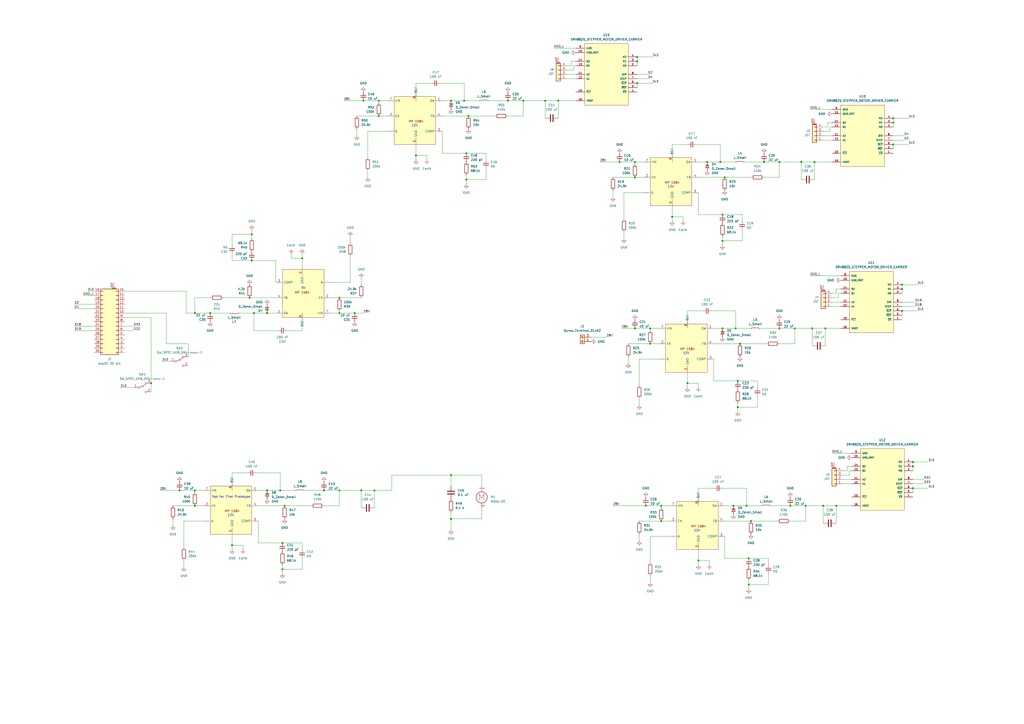
<source format=kicad_sch>
(kicad_sch (version 20250114) (generator "eeschema") (generator_version "9.0")
  (paper "A2")
  (text "12V" (at 240.538 72.898 0) (effects (font (size 1.27 1.27))))
  (text "12V" (at 398.018 204.978 0) (effects (font (size 1.27 1.27))))
  (text "12V" (at 133.858 298.958 0) (effects (font (size 1.27 1.27))))
  (text "12V" (at 389.128 108.458 0) (effects (font (size 1.27 1.27))))
  (text "5V" (at 176.022 167.132 0) (effects (font (size 1.27 1.27))))
  (text "Not for First Prototype" (at 134.112 288.29 0) (effects (font (size 1.27 1.27))))
  (text "12V" (at 404.368 307.848 0) (effects (font (size 1.27 1.27))))
  (junction (at 113.03 181.61))
  (junction (at 316.23 58.42))
  (junction (at 377.19 199.39))
  (junction (at 452.12 93.98))
  (junction (at 219.71 58.42))
  (junction (at 87.63 222.25))
  (junction (at 518.16 68.58))
  (junction (at 435.61 302.26))
  (junction (at 368.3 102.87))
  (junction (at 434.34 339.09))
  (junction (at 154.94 284.48))
  (junction (at 241.3 90.17))
  (junction (at 529.59 270.51))
  (junction (at 303.53 58.42))
  (junction (at 518.16 83.82))
  (junction (at 427.99 236.22))
  (junction (at 478.79 190.5))
  (junction (at 523.24 167.64))
  (junction (at 187.96 284.48))
  (junction (at 269.24 58.42))
  (junction (at 410.21 93.98))
  (junction (at 405.13 325.12))
  (junction (at 523.24 180.34))
  (junction (at 154.94 181.61))
  (junction (at 374.65 293.37))
  (junction (at 518.16 71.12))
  (junction (at 425.45 293.37))
  (junction (at 175.26 149.86))
  (junction (at 104.14 284.48))
  (junction (at 434.34 323.85))
  (junction (at 205.74 181.61))
  (junction (at 369.57 35.56))
  (junction (at 477.52 293.37))
  (junction (at 471.17 190.5))
  (junction (at 147.32 181.61))
  (junction (at 389.89 125.73))
  (junction (at 196.85 172.72))
  (junction (at 369.57 48.26))
  (junction (at 144.78 172.72))
  (junction (at 398.78 222.25))
  (junction (at 369.57 33.02))
  (junction (at 426.72 190.5))
  (junction (at 523.24 165.1))
  (junction (at 420.37 102.87))
  (junction (at 271.78 67.31))
  (junction (at 121.92 181.61))
  (junction (at 529.59 267.97))
  (junction (at 217.17 284.48))
  (junction (at 443.23 93.98))
  (junction (at 452.12 190.5))
  (junction (at 359.41 93.98))
  (junction (at 433.07 293.37))
  (junction (at 146.05 151.13))
  (junction (at 261.62 275.59))
  (junction (at 458.47 293.37))
  (junction (at 196.85 284.48))
  (junction (at 146.05 135.89))
  (junction (at 196.85 181.61))
  (junction (at 209.55 284.48))
  (junction (at 461.01 190.5))
  (junction (at 134.62 316.23))
  (junction (at 323.85 58.42))
  (junction (at 419.1 124.46))
  (junction (at 210.82 58.42))
  (junction (at 427.99 220.98))
  (junction (at 162.56 284.48))
  (junction (at 429.26 199.39))
  (junction (at 464.82 93.98))
  (junction (at 467.36 293.37))
  (junction (at 419.1 139.7))
  (junction (at 529.59 283.21))
  (junction (at 163.83 314.96))
  (junction (at 368.3 190.5))
  (junction (at 377.19 190.5))
  (junction (at 419.1 190.5))
  (junction (at 113.03 293.37))
  (junction (at 165.1 293.37))
  (junction (at 383.54 293.37))
  (junction (at 261.62 300.99))
  (junction (at 163.83 330.2))
  (junction (at 417.83 93.98))
  (junction (at 270.51 104.14))
  (junction (at 270.51 88.9))
  (junction (at 383.54 302.26))
  (junction (at 485.14 293.37))
  (junction (at 113.03 284.48))
  (junction (at 472.44 93.98))
  (junction (at 261.62 58.42))
  (junction (at 368.3 93.98))
  (junction (at 294.64 58.42))
  (junction (at 219.71 67.31))
  (wire (pts (xy 383.54 293.37) (xy 383.54 294.64)))
  (wire (pts (xy 256.54 88.9) (xy 270.51 88.9)))
  (wire (pts (xy 529.59 283.21) (xy 538.48 283.21)))
  (wire (pts (xy 425.45 293.37) (xy 433.07 293.37)))
  (wire (pts (xy 411.48 325.12) (xy 411.48 327.66)))
  (wire (pts (xy 359.41 93.98) (xy 368.3 93.98)))
  (wire (pts (xy 439.42 220.98) (xy 439.42 224.79)))
  (wire (pts (xy 529.59 270.51) (xy 529.59 267.97)))
  (wire (pts (xy 50.8 168.91) (xy 54.61 168.91)))
  (wire (pts (xy 374.65 293.37) (xy 383.54 293.37)))
  (wire (pts (xy 43.18 191.77) (xy 54.61 191.77)))
  (wire (pts (xy 176.53 284.48) (xy 187.96 284.48)))
  (wire (pts (xy 518.16 81.28) (xy 524.51 81.28)))
  (wire (pts (xy 486.41 172.72) (xy 486.41 170.18)))
  (wire (pts (xy 241.3 48.26) (xy 250.19 48.26)))
  (wire (pts (xy 146.05 151.13) (xy 134.62 151.13)))
  (wire (pts (xy 433.07 293.37) (xy 441.96 293.37)))
  (wire (pts (xy 482.6 172.72) (xy 486.41 172.72)))
  (wire (pts (xy 414.02 199.39) (xy 429.26 199.39)))
  (wire (pts (xy 175.26 149.86) (xy 175.26 147.32)))
  (wire (pts (xy 106.68 302.26) (xy 106.68 317.5)))
  (wire (pts (xy 355.6 293.37) (xy 374.65 293.37)))
  (wire (pts (xy 96.52 181.61) (xy 96.52 199.39)))
  (wire (pts (xy 72.39 191.77) (xy 77.47 191.77)))
  (wire (pts (xy 491.49 270.51) (xy 494.03 270.51)))
  (wire (pts (xy 261.62 58.42) (xy 269.24 58.42)))
  (wire (pts (xy 369.57 43.18) (xy 375.92 43.18)))
  (wire (pts (xy 160.02 172.72) (xy 144.78 172.72)))
  (wire (pts (xy 279.4 300.99) (xy 261.62 300.99)))
  (wire (pts (xy 452.12 190.5) (xy 461.01 190.5)))
  (wire (pts (xy 332.74 38.1) (xy 334.01 38.1)))
  (wire (pts (xy 368.3 93.98) (xy 373.38 93.98)))
  (wire (pts (xy 369.57 38.1) (xy 369.57 35.56)))
  (wire (pts (xy 370.84 231.14) (xy 370.84 234.95)))
  (wire (pts (xy 396.24 125.73) (xy 396.24 128.27)))
  (wire (pts (xy 426.72 180.34) (xy 426.72 190.5)))
  (wire (pts (xy 281.94 97.79) (xy 281.94 104.14)))
  (wire (pts (xy 477.52 303.53) (xy 477.52 293.37)))
  (wire (pts (xy 160.02 163.83) (xy 160.02 151.13)))
  (wire (pts (xy 523.24 180.34) (xy 523.24 182.88)))
  (wire (pts (xy 247.65 90.17) (xy 241.3 90.17)))
  (wire (pts (xy 160.02 151.13) (xy 146.05 151.13)))
  (wire (pts (xy 482.6 170.18) (xy 485.14 170.18)))
  (wire (pts (xy 471.17 190.5) (xy 478.79 190.5)))
  (wire (pts (xy 241.3 55.88) (xy 241.3 48.26)))
  (wire (pts (xy 347.98 93.98) (xy 359.41 93.98)))
  (wire (pts (xy 175.26 191.77) (xy 166.37 191.77)))
  (wire (pts (xy 205.74 181.61) (xy 210.82 181.61)))
  (wire (pts (xy 247.65 90.17) (xy 247.65 92.71)))
  (wire (pts (xy 433.07 283.21) (xy 433.07 293.37)))
  (wire (pts (xy 196.85 284.48) (xy 209.55 284.48)))
  (wire (pts (xy 334.01 45.72) (xy 328.93 45.72)))
  (wire (pts (xy 414.02 220.98) (xy 427.99 220.98)))
  (wire (pts (xy 370.84 302.26) (xy 383.54 302.26)))
  (wire (pts (xy 410.21 93.98) (xy 417.83 93.98)))
  (wire (pts (xy 405.13 283.21) (xy 414.02 283.21)))
  (wire (pts (xy 488.95 273.05) (xy 491.49 273.05)))
  (wire (pts (xy 256.54 67.31) (xy 271.78 67.31)))
  (wire (pts (xy 328.93 40.64) (xy 332.74 40.64)))
  (wire (pts (xy 427.99 236.22) (xy 427.99 233.68)))
  (wire (pts (xy 332.74 40.64) (xy 332.74 38.1)))
  (wire (pts (xy 431.8 93.98) (xy 443.23 93.98)))
  (wire (pts (xy 323.85 68.58) (xy 323.85 58.42)))
  (wire (pts (xy 481.33 73.66) (xy 482.6 73.66)))
  (wire (pts (xy 144.78 172.72) (xy 129.54 172.72)))
  (wire (pts (xy 191.77 163.83) (xy 203.2 163.83)))
  (wire (pts (xy 161.29 191.77) (xy 147.32 191.77)))
  (wire (pts (xy 472.44 93.98) (xy 482.6 93.98)))
  (wire (pts (xy 279.4 275.59) (xy 261.62 275.59)))
  (wire (pts (xy 426.72 190.5) (xy 435.61 190.5)))
  (wire (pts (xy 72.39 189.23) (xy 77.47 189.23)))
  (wire (pts (xy 529.59 267.97) (xy 538.48 267.97)))
  (wire (pts (xy 389.89 91.44) (xy 389.89 83.82)))
  (wire (pts (xy 430.53 133.35) (xy 430.53 139.7)))
  (wire (pts (xy 373.38 111.76) (xy 361.95 111.76)))
  (wire (pts (xy 434.34 339.09) (xy 434.34 336.55)))
  (wire (pts (xy 334.01 43.18) (xy 328.93 43.18)))
  (wire (pts (xy 420.37 323.85) (xy 434.34 323.85)))
  (wire (pts (xy 420.37 311.15) (xy 420.37 323.85)))
  (wire (pts (xy 398.78 180.34) (xy 407.67 180.34)))
  (wire (pts (xy 146.05 135.89) (xy 146.05 133.35)))
  (wire (pts (xy 377.19 199.39) (xy 382.27 199.39)))
  (wire (pts (xy 377.19 190.5) (xy 382.27 190.5)))
  (wire (pts (xy 369.57 48.26) (xy 369.57 50.8)))
  (wire (pts (xy 398.78 222.25) (xy 398.78 224.79)))
  (wire (pts (xy 405.13 111.76) (xy 405.13 124.46)))
  (wire (pts (xy 477.52 73.66) (xy 480.06 73.66)))
  (wire (pts (xy 134.62 151.13) (xy 134.62 147.32)))
  (wire (pts (xy 203.2 140.97) (xy 203.2 137.16)))
  (wire (pts (xy 377.19 334.01) (xy 377.19 337.82)))
  (wire (pts (xy 417.83 93.98) (xy 426.72 93.98)))
  (wire (pts (xy 370.84 309.88) (xy 370.84 313.69)))
  (wire (pts (xy 100.33 300.99) (xy 100.33 304.8)))
  (wire (pts (xy 134.62 135.89) (xy 146.05 135.89)))
  (wire (pts (xy 361.95 111.76) (xy 361.95 127)))
  (wire (pts (xy 452.12 93.98) (xy 452.12 102.87)))
  (wire (pts (xy 518.16 68.58) (xy 527.05 68.58)))
  (wire (pts (xy 100.33 293.37) (xy 113.03 293.37)))
  (wire (pts (xy 405.13 93.98) (xy 410.21 93.98)))
  (wire (pts (xy 435.61 302.26) (xy 450.85 302.26)))
  (wire (pts (xy 168.91 149.86) (xy 175.26 149.86)))
  (wire (pts (xy 488.95 275.59) (xy 492.76 275.59)))
  (wire (pts (xy 486.41 170.18) (xy 487.68 170.18)))
  (wire (pts (xy 492.76 273.05) (xy 494.03 273.05)))
  (wire (pts (xy 398.78 187.96) (xy 398.78 180.34)))
  (wire (pts (xy 43.18 189.23) (xy 54.61 189.23)))
  (wire (pts (xy 210.82 58.42) (xy 219.71 58.42)))
  (wire (pts (xy 255.27 48.26) (xy 269.24 48.26)))
  (wire (pts (xy 134.62 274.32) (xy 143.51 274.32)))
  (wire (pts (xy 342.9 195.58) (xy 351.79 195.58)))
  (wire (pts (xy 427.99 236.22) (xy 427.99 238.76)))
  (wire (pts (xy 518.16 73.66) (xy 518.16 71.12)))
  (wire (pts (xy 419.1 190.5) (xy 426.72 190.5)))
  (wire (pts (xy 256.54 58.42) (xy 261.62 58.42)))
  (wire (pts (xy 361.95 134.62) (xy 361.95 138.43)))
  (wire (pts (xy 355.6 110.49) (xy 355.6 114.3)))
  (wire (pts (xy 118.11 302.26) (xy 106.68 302.26)))
  (wire (pts (xy 403.86 83.82) (xy 417.83 83.82)))
  (wire (pts (xy 471.17 200.66) (xy 471.17 190.5)))
  (wire (pts (xy 419.1 283.21) (xy 433.07 283.21)))
  (wire (pts (xy 134.62 316.23) (xy 134.62 318.77)))
  (wire (pts (xy 477.52 293.37) (xy 485.14 293.37)))
  (wire (pts (xy 96.52 199.39) (xy 109.22 199.39)))
  (wire (pts (xy 154.94 284.48) (xy 162.56 284.48)))
  (wire (pts (xy 196.85 284.48) (xy 196.85 293.37)))
  (wire (pts (xy 478.79 200.66) (xy 478.79 190.5)))
  (wire (pts (xy 369.57 35.56) (xy 369.57 33.02)))
  (wire (pts (xy 207.01 67.31) (xy 219.71 67.31)))
  (wire (pts (xy 303.53 67.31) (xy 294.64 67.31)))
  (wire (pts (xy 269.24 58.42) (xy 278.13 58.42)))
  (wire (pts (xy 420.37 302.26) (xy 435.61 302.26)))
  (wire (pts (xy 113.03 172.72) (xy 121.92 172.72)))
  (wire (pts (xy 480.06 73.66) (xy 480.06 71.12)))
  (wire (pts (xy 529.59 280.67) (xy 535.94 280.67)))
  (wire (pts (xy 434.34 323.85) (xy 445.77 323.85)))
  (wire (pts (xy 487.68 177.8) (xy 482.6 177.8)))
  (wire (pts (xy 429.26 199.39) (xy 444.5 199.39)))
  (wire (pts (xy 368.3 102.87) (xy 373.38 102.87)))
  (wire (pts (xy 134.62 309.88) (xy 134.62 316.23)))
  (wire (pts (xy 405.13 222.25) (xy 405.13 224.79)))
  (wire (pts (xy 439.42 229.87) (xy 439.42 236.22)))
  (wire (pts (xy 447.04 293.37) (xy 458.47 293.37)))
  (wire (pts (xy 369.57 48.26) (xy 378.46 48.26)))
  (wire (pts (xy 469.9 63.5) (xy 482.6 63.5)))
  (wire (pts (xy 494.03 278.13) (xy 488.95 278.13)))
  (wire (pts (xy 388.62 311.15) (xy 377.19 311.15)))
  (wire (pts (xy 69.85 224.79) (xy 77.47 224.79)))
  (wire (pts (xy 360.68 190.5) (xy 368.3 190.5)))
  (wire (pts (xy 405.13 318.77) (xy 405.13 325.12)))
  (wire (pts (xy 227.33 275.59) (xy 261.62 275.59)))
  (wire (pts (xy 87.63 184.15) (xy 72.39 184.15)))
  (wire (pts (xy 113.03 181.61) (xy 107.95 181.61)))
  (wire (pts (xy 487.68 175.26) (xy 482.6 175.26)))
  (wire (pts (xy 303.53 58.42) (xy 316.23 58.42)))
  (wire (pts (xy 523.24 180.34) (xy 532.13 180.34)))
  (wire (pts (xy 328.93 38.1) (xy 331.47 38.1)))
  (wire (pts (xy 464.82 93.98) (xy 472.44 93.98)))
  (wire (pts (xy 175.26 156.21) (xy 175.26 149.86)))
  (wire (pts (xy 270.51 104.14) (xy 270.51 106.68)))
  (wire (pts (xy 92.71 284.48) (xy 104.14 284.48)))
  (wire (pts (xy 419.1 139.7) (xy 419.1 142.24)))
  (wire (pts (xy 149.86 293.37) (xy 165.1 293.37)))
  (wire (pts (xy 383.54 302.26) (xy 388.62 302.26)))
  (wire (pts (xy 175.26 330.2) (xy 163.83 330.2)))
  (wire (pts (xy 271.78 67.31) (xy 287.02 67.31)))
  (wire (pts (xy 331.47 35.56) (xy 334.01 35.56)))
  (wire (pts (xy 405.13 222.25) (xy 398.78 222.25)))
  (wire (pts (xy 368.3 93.98) (xy 368.3 95.25)))
  (wire (pts (xy 219.71 58.42) (xy 224.79 58.42)))
  (wire (pts (xy 316.23 68.58) (xy 316.23 58.42)))
  (wire (pts (xy 485.14 303.53) (xy 485.14 293.37)))
  (wire (pts (xy 523.24 167.64) (xy 523.24 165.1)))
  (wire (pts (xy 529.59 273.05) (xy 529.59 270.51)))
  (wire (pts (xy 281.94 88.9) (xy 281.94 92.71)))
  (wire (pts (xy 303.53 58.42) (xy 303.53 67.31)))
  (wire (pts (xy 419.1 139.7) (xy 419.1 137.16)))
  (wire (pts (xy 196.85 172.72) (xy 191.77 172.72)))
  (wire (pts (xy 405.13 102.87) (xy 420.37 102.87)))
  (wire (pts (xy 414.02 208.28) (xy 414.02 220.98)))
  (wire (pts (xy 107.95 168.91) (xy 72.39 168.91)))
  (wire (pts (xy 529.59 283.21) (xy 529.59 285.75)))
  (wire (pts (xy 467.36 302.26) (xy 458.47 302.26)))
  (wire (pts (xy 134.62 142.24) (xy 134.62 135.89)))
  (wire (pts (xy 398.78 215.9) (xy 398.78 222.25)))
  (wire (pts (xy 205.74 181.61) (xy 196.85 181.61)))
  (wire (pts (xy 420.37 293.37) (xy 425.45 293.37)))
  (wire (pts (xy 175.26 323.85) (xy 175.26 330.2)))
  (wire (pts (xy 485.14 170.18) (xy 485.14 167.64)))
  (wire (pts (xy 389.89 119.38) (xy 389.89 125.73)))
  (wire (pts (xy 482.6 262.89) (xy 494.03 262.89)))
  (wire (pts (xy 355.6 102.87) (xy 368.3 102.87)))
  (wire (pts (xy 163.83 330.2) (xy 163.83 327.66)))
  (wire (pts (xy 187.96 284.48) (xy 196.85 284.48)))
  (wire (pts (xy 464.82 104.14) (xy 464.82 93.98)))
  (wire (pts (xy 461.01 190.5) (xy 471.17 190.5)))
  (wire (pts (xy 439.42 236.22) (xy 427.99 236.22)))
  (wire (pts (xy 523.24 175.26) (xy 530.86 175.26)))
  (wire (pts (xy 72.39 181.61) (xy 96.52 181.61)))
  (wire (pts (xy 518.16 83.82) (xy 518.16 86.36)))
  (wire (pts (xy 261.62 297.18) (xy 261.62 300.99)))
  (wire (pts (xy 482.6 78.74) (xy 477.52 78.74)))
  (wire (pts (xy 281.94 104.14) (xy 270.51 104.14)))
  (wire (pts (xy 261.62 300.99) (xy 261.62 307.34)))
  (wire (pts (xy 368.3 190.5) (xy 377.19 190.5)))
  (wire (pts (xy 149.86 284.48) (xy 154.94 284.48)))
  (wire (pts (xy 199.39 58.42) (xy 210.82 58.42)))
  (wire (pts (xy 147.32 191.77) (xy 147.32 181.61)))
  (wire (pts (xy 467.36 293.37) (xy 467.36 302.26)))
  (wire (pts (xy 140.97 316.23) (xy 134.62 316.23)))
  (wire (pts (xy 529.59 278.13) (xy 535.94 278.13)))
  (wire (pts (xy 389.89 83.82) (xy 398.78 83.82)))
  (wire (pts (xy 163.83 314.96) (xy 175.26 314.96)))
  (wire (pts (xy 316.23 58.42) (xy 323.85 58.42)))
  (wire (pts (xy 420.37 102.87) (xy 435.61 102.87)))
  (wire (pts (xy 107.95 181.61) (xy 107.95 168.91)))
  (wire (pts (xy 445.77 323.85) (xy 445.77 327.66)))
  (wire (pts (xy 43.18 179.07) (xy 54.61 179.07)))
  (wire (pts (xy 227.33 284.48) (xy 227.33 275.59)))
  (wire (pts (xy 461.01 199.39) (xy 452.12 199.39)))
  (wire (pts (xy 518.16 71.12) (xy 518.16 68.58)))
  (wire (pts (xy 154.94 181.61) (xy 147.32 181.61)))
  (wire (pts (xy 165.1 293.37) (xy 180.34 293.37)))
  (wire (pts (xy 87.63 222.25) (xy 87.63 184.15)))
  (wire (pts (xy 364.49 199.39) (xy 377.19 199.39)))
  (wire (pts (xy 148.59 274.32) (xy 162.56 274.32)))
  (wire (pts (xy 43.18 176.53) (xy 54.61 176.53)))
  (wire (pts (xy 452.12 102.87) (xy 443.23 102.87)))
  (wire (pts (xy 207.01 74.93) (xy 207.01 78.74)))
  (wire (pts (xy 224.79 76.2) (xy 213.36 76.2)))
  (wire (pts (xy 443.23 93.98) (xy 452.12 93.98)))
  (wire (pts (xy 160.02 181.61) (xy 154.94 181.61)))
  (wire (pts (xy 369.57 33.02) (xy 378.46 33.02)))
  (wire (pts (xy 472.44 104.14) (xy 472.44 93.98)))
  (wire (pts (xy 430.53 139.7) (xy 419.1 139.7)))
  (wire (pts (xy 405.13 290.83) (xy 405.13 283.21)))
  (wire (pts (xy 175.26 314.96) (xy 175.26 318.77)))
  (wire (pts (xy 494.03 280.67) (xy 488.95 280.67)))
  (wire (pts (xy 113.03 293.37) (xy 118.11 293.37)))
  (wire (pts (xy 430.53 124.46) (xy 430.53 128.27)))
  (wire (pts (xy 321.31 27.94) (xy 334.01 27.94)))
  (wire (pts (xy 523.24 170.18) (xy 523.24 167.64)))
  (wire (pts (xy 405.13 325.12) (xy 405.13 327.66)))
  (wire (pts (xy 219.71 58.42) (xy 219.71 59.69)))
  (wire (pts (xy 383.54 293.37) (xy 388.62 293.37)))
  (wire (pts (xy 133.35 181.61) (xy 121.92 181.61)))
  (wire (pts (xy 241.3 83.82) (xy 241.3 90.17)))
  (wire (pts (xy 261.62 275.59) (xy 261.62 281.94)))
  (wire (pts (xy 396.24 125.73) (xy 389.89 125.73)))
  (wire (pts (xy 168.91 149.86) (xy 168.91 147.32)))
  (wire (pts (xy 163.83 330.2) (xy 163.83 332.74)))
  (wire (pts (xy 213.36 99.06) (xy 213.36 102.87)))
  (wire (pts (xy 482.6 81.28) (xy 477.52 81.28)))
  (wire (pts (xy 382.27 208.28) (xy 370.84 208.28)))
  (wire (pts (xy 414.02 190.5) (xy 419.1 190.5)))
  (wire (pts (xy 134.62 281.94) (xy 134.62 274.32)))
  (wire (pts (xy 445.77 339.09) (xy 434.34 339.09)))
  (wire (pts (xy 477.52 76.2) (xy 481.33 76.2)))
  (wire (pts (xy 434.34 339.09) (xy 434.34 341.63)))
  (wire (pts (xy 452.12 93.98) (xy 464.82 93.98)))
  (wire (pts (xy 417.83 83.82) (xy 417.83 93.98)))
  (wire (pts (xy 209.55 284.48) (xy 209.55 294.64)))
  (wire (pts (xy 469.9 160.02) (xy 487.68 160.02)))
  (wire (pts (xy 440.69 190.5) (xy 452.12 190.5)))
  (wire (pts (xy 175.26 184.15) (xy 175.26 191.77)))
  (wire (pts (xy 445.77 332.74) (xy 445.77 339.09)))
  (wire (pts (xy 147.32 181.61) (xy 138.43 181.61)))
  (wire (pts (xy 217.17 284.48) (xy 217.17 294.64)))
  (wire (pts (xy 149.86 314.96) (xy 163.83 314.96)))
  (wire (pts (xy 461.01 190.5) (xy 461.01 199.39)))
  (wire (pts (xy 87.63 227.33) (xy 87.63 222.25)))
  (wire (pts (xy 467.36 293.37) (xy 477.52 293.37)))
  (wire (pts (xy 121.92 181.61) (xy 113.03 181.61)))
  (wire (pts (xy 146.05 135.89) (xy 146.05 138.43)))
  (wire (pts (xy 196.85 181.61) (xy 196.85 180.34)))
  (wire (pts (xy 364.49 207.01) (xy 364.49 210.82)))
  (wire (pts (xy 331.47 38.1) (xy 331.47 35.56)))
  (wire (pts (xy 54.61 171.45) (xy 48.26 171.45)))
  (wire (pts (xy 294.64 58.42) (xy 303.53 58.42)))
  (wire (pts (xy 209.55 284.48) (xy 217.17 284.48)))
  (wire (pts (xy 140.97 316.23) (xy 140.97 318.77)))
  (wire (pts (xy 518.16 83.82) (xy 527.05 83.82)))
  (wire (pts (xy 279.4 294.64) (xy 279.4 300.99)))
  (wire (pts (xy 270.51 88.9) (xy 281.94 88.9)))
  (wire (pts (xy 196.85 181.61) (xy 191.77 181.61)))
  (wire (pts (xy 412.75 180.34) (xy 426.72 180.34)))
  (wire (pts (xy 492.76 275.59) (xy 492.76 273.05)))
  (wire (pts (xy 106.68 325.12) (xy 106.68 328.93)))
  (wire (pts (xy 209.55 172.72) (xy 196.85 172.72)))
  (wire (pts (xy 269.24 48.26) (xy 269.24 58.42)))
  (wire (pts (xy 241.3 90.17) (xy 241.3 92.71)))
  (wire (pts (xy 370.84 208.28) (xy 370.84 223.52)))
  (wire (pts (xy 162.56 274.32) (xy 162.56 284.48)))
  (wire (pts (xy 283.21 58.42) (xy 294.64 58.42)))
  (wire (pts (xy 427.99 220.98) (xy 439.42 220.98)))
  (wire (pts (xy 209.55 165.1) (xy 209.55 161.29)))
  (wire (pts (xy 523.24 165.1) (xy 532.13 165.1)))
  (wire (pts (xy 481.33 76.2) (xy 481.33 73.66)))
  (wire (pts (xy 162.56 284.48) (xy 171.45 284.48)))
  (wire (pts (xy 109.22 199.39) (xy 109.22 207.01)))
  (wire (pts (xy 377.19 190.5) (xy 377.19 191.77)))
  (wire (pts (xy 389.89 125.73) (xy 389.89 128.27)))
  (wire (pts (xy 458.47 293.37) (xy 467.36 293.37)))
  (wire (pts (xy 213.36 76.2) (xy 213.36 91.44)))
  (wire (pts (xy 491.49 273.05) (xy 491.49 270.51)))
  (wire (pts (xy 518.16 78.74) (xy 524.51 78.74)))
  (wire (pts (xy 419.1 124.46) (xy 430.53 124.46)))
  (wire (pts (xy 113.03 284.48) (xy 118.11 284.48)))
  (wire (pts (xy 485.14 167.64) (xy 487.68 167.64)))
  (wire (pts (xy 523.24 177.8) (xy 530.86 177.8)))
  (wire (pts (xy 93.98 209.55) (xy 99.06 209.55)))
  (wire (pts (xy 478.79 190.5) (xy 487.68 190.5)))
  (wire (pts (xy 480.06 71.12) (xy 482.6 71.12)))
  (wire (pts (xy 113.03 284.48) (xy 113.03 285.75)))
  (wire (pts (xy 485.14 293.37) (xy 494.03 293.37)))
  (wire (pts (xy 196.85 293.37) (xy 187.96 293.37)))
  (wire (pts (xy 203.2 163.83) (xy 203.2 148.59)))
  (wire (pts (xy 279.4 275.59) (xy 279.4 281.94)))
  (wire (pts (xy 411.48 325.12) (xy 405.13 325.12)))
  (wire (pts (xy 270.51 104.14) (xy 270.51 101.6)))
  (wire (pts (xy 377.19 311.15) (xy 377.19 326.39)))
  (wire (pts (xy 405.13 124.46) (xy 419.1 124.46)))
  (wire (pts (xy 149.86 302.26) (xy 149.86 314.96)))
  (wire (pts (xy 217.17 284.48) (xy 227.33 284.48)))
  (wire (pts (xy 369.57 45.72) (xy 375.92 45.72)))
  (wire (pts (xy 323.85 58.42) (xy 334.01 58.42)))
  (wire (pts (xy 104.14 284.48) (xy 113.03 284.48)))
  (wire (pts (xy 113.03 181.61) (xy 113.03 172.72)))
  (wire (pts (xy 219.71 67.31) (xy 224.79 67.31)))
  (wire (pts (xy 256.54 76.2) (xy 256.54 88.9)))
  (label "D2" (at 375.92 43.18 0))
  (label "GND_L" (at 482.6 262.89 0))
  (label "28V" (at 355.6 293.37 0))
  (label "3v3" (at 527.05 83.82 0))
  (label "D18" (at 43.18 189.23 0))
  (label "D4" (at 375.92 45.72 0))
  (label "D4" (at 524.51 78.74 0))
  (label "3v3" (at 93.98 209.55 0))
  (label "3v3" (at 527.05 68.58 0))
  (label "D19" (at 43.18 191.77 0))
  (label "GND_L" (at 48.26 171.45 0))
  (label "28V" (at 92.71 284.48 0))
  (label "D32" (at 535.94 278.13 0))
  (label "3v3" (at 532.13 165.1 0))
  (label "GND_L" (at 321.31 27.94 0))
  (label "3v3" (at 538.48 267.97 0))
  (label "28V" (at 210.82 181.61 0))
  (label "D2" (at 43.18 176.53 0))
  (label "3v3" (at 378.46 48.26 0))
  (label "28V" (at 360.68 190.5 0))
  (label "D18" (at 530.86 177.8 0))
  (label "28V" (at 199.39 58.42 0))
  (label "GND_L" (at 469.9 160.02 0))
  (label "D19" (at 530.86 175.26 0))
  (label "3v3" (at 69.85 224.79 0))
  (label "28V" (at 347.98 93.98 0))
  (label "28V" (at 351.79 195.58 0))
  (label "3v3" (at 378.46 33.02 0))
  (label "3v3" (at 50.8 168.91 0))
  (label "D33" (at 535.94 280.67 0))
  (label "D32" (at 77.47 191.77 0))
  (label "D2" (at 524.51 81.28 0))
  (label "3v3" (at 532.13 180.34 0))
  (label "D4" (at 43.18 179.07 0))
  (label "GND_L" (at 469.9 63.5 0))
  (label "3v3" (at 538.48 283.21 0))
  (label "D33" (at 77.47 189.23 0))
  (symbol (lib_id "Device:L_Small") (at 135.89 181.61 270) (unit 1)
    (property "Reference" "L7" (at 135.89 186.69 90))
    (property "Value" "L_Small" (at 135.89 184.15 90))
    (property "Footprint" "Inductor_SMD:L_0805_2012Metric" (effects (hide yes)))
    (property "Description" "Inductor, small symbol" (effects (hide yes)))
  )
  (symbol (lib_id "Motor:Motor_DC") (at 279.4 287.02 0) (unit 1)
    (property "Reference" "M1" (at 284.48 288.2899 0) (effects (justify left)))
    (property "Value" "Motor_DC" (at 284.48 290.8299 0) (effects (justify left)))
    (property "Footprint" "Connector_PinHeader_1.00mm:PinHeader_1x02_P1.00mm_Vertical" (effects (hide yes)))
    (property "Description" "DC Motor" (effects (hide yes)))
  )
  (symbol (lib_id "power:Earth") (at 396.24 128.27 0) (unit 1)
    (property "Reference" "#PWR032" (effects (hide yes)))
    (property "Value" "Earth" (at 396.24 133.35 0))
    (property "Description" "Power symbol creates a global label with name \"Earth\"" (effects (hide yes)))
  )
  (symbol (lib_id "Device:D_Zener_Small") (at 425.45 295.91 270) (unit 1)
    (property "Reference" "D6" (at 427.99 294.6399 90) (effects (justify left)))
    (property "Value" "D_Zener_Small" (at 427.99 297.1799 90) (effects (justify left)))
    (property "Footprint" "Diode_SMD:D_SOD-323F" (effects (hide yes)))
    (property "Description" "Zener diode, small symbol" (effects (hide yes)))
  )
  (symbol (lib_id "power:GND") (at 361.95 138.43 0) (unit 1)
    (property "Reference" "#PWR030" (effects (hide yes)))
    (property "Value" "GND" (at 361.95 143.51 0))
    (property "Description" "Power symbol creates a global label with name \"GND\" , ground" (effects (hide yes)))
  )
  (symbol (lib_id "Device:C_Small") (at 210.82 55.88 0) (unit 1)
    (property "Reference" "C46" (at 213.36 54.6162 0) (effects (justify left)))
    (property "Value" "10 uF" (at 213.36 57.1562 0) (effects (justify left)))
    (property "Footprint" "Capacitor_SMD:C_0805_2012Metric" (effects (hide yes)))
    (property "Description" "Unpolarized capacitor, small symbol" (effects (hide yes)))
  )
  (symbol (lib_id "Connector_Generic_MountingPin:Conn_01x04_MountingPin") (at 472.44 78.74 180) (unit 1)
    (property "Reference" "J3" (at 469.9 75.8443 0) (effects (justify left)))
    (property "Value" "JST" (at 469.9 78.3843 0) (effects (justify left)))
    (property "Footprint" "Connector_PinHeader_1.00mm:PinHeader_1x04_P1.00mm_Vertical" (effects (hide yes)))
    (property "Description" "Generic connectable mounting pin connector, single row, 01x04, script generated (kicad-library-utils/schlib/autogen/connector/)" (effects (hide yes)))
  )
  (symbol (lib_id "power:GND") (at 427.99 238.76 0) (unit 1)
    (property "Reference" "#PWR043" (effects (hide yes)))
    (property "Value" "GND" (at 427.99 243.84 0))
    (property "Description" "Power symbol creates a global label with name \"GND\" , ground" (effects (hide yes)))
  )
  (symbol (lib_name "MP1584_5") (lib_id "Components:MP1584") (at 224.79 58.42 0) (unit 1)
    (property "Reference" "U14" (effects (hide yes)))
    (property "Value" "~" (at 240.665 53.34 0))
    (property "Footprint" "Package_SO:SOIC-8-1EP_3.9x4.9mm_P1.27mm_EP2.29x3mm" (effects (hide yes)))
  )
  (symbol (lib_id "Device:R") (at 213.36 95.25 0) (unit 1)
    (property "Reference" "R51" (at 215.9 93.9799 0) (effects (justify left)))
    (property "Value" "200k" (at 215.9 96.5199 0) (effects (justify left)))
    (property "Footprint" "Resistor_SMD:R_0805_2012Metric" (effects (hide yes)))
    (property "Description" "Resistor" (effects (hide yes)))
  )
  (symbol (lib_id "power:GND") (at 364.49 210.82 0) (unit 1)
    (property "Reference" "#PWR037" (effects (hide yes)))
    (property "Value" "GND" (at 364.49 215.9 0))
    (property "Description" "Power symbol creates a global label with name \"GND\" , ground" (effects (hide yes)))
  )
  (symbol (lib_id "Device:D_Zener_Small") (at 154.94 179.07 90) (unit 1)
    (property "Reference" "D7" (at 152.4 180.3401 90) (effects (justify left)))
    (property "Value" "D_Zener_Small" (at 152.4 177.8001 90) (effects (justify left)))
    (property "Footprint" "Diode_SMD:D_SOD-323F" (effects (hide yes)))
    (property "Description" "Zener diode, small symbol" (effects (hide yes)))
  )
  (symbol (lib_id "Connector:Screw_Terminal_01x02") (at 337.82 198.12 180) (unit 1)
    (property "Reference" "J1" (at 337.82 189.23 0))
    (property "Value" "Screw_Terminal_01x02" (at 337.82 191.77 0))
    (property "Footprint" "TerminalBlock_Phoenix:TerminalBlock_Phoenix_MKDS-1,5-2-5.08_1x02_P5.08mm_Horizontal" (effects (hide yes)))
    (property "Description" "Generic screw terminal, single row, 01x02, script generated (kicad-library-utils/schlib/autogen/connector/)" (effects (hide yes)))
  )
  (symbol (lib_id "power:GND") (at 203.2 137.16 180) (unit 1)
    (property "Reference" "#PWR057" (effects (hide yes)))
    (property "Value" "GND" (at 203.2 132.08 0))
    (property "Description" "Power symbol creates a global label with name \"GND\" , ground" (effects (hide yes)))
  )
  (symbol (lib_id "power:Earth") (at 411.48 327.66 0) (unit 1)
    (property "Reference" "#PWR050" (effects (hide yes)))
    (property "Value" "Earth" (at 411.48 332.74 0))
    (property "Description" "Power symbol creates a global label with name \"Earth\"" (effects (hide yes)))
  )
  (symbol (lib_id "Device:C_Small") (at 270.51 91.44 0) (unit 1)
    (property "Reference" "C48" (at 273.05 90.1762 0) (effects (justify left)))
    (property "Value" "220 pF" (at 273.05 92.7162 0) (effects (justify left)))
    (property "Footprint" "Capacitor_SMD:C_0805_2012Metric" (effects (hide yes)))
    (property "Description" "Unpolarized capacitor, small symbol" (effects (hide yes)))
  )
  (symbol (lib_id "power:GND") (at 144.78 165.1 180) (unit 1)
    (property "Reference" "#PWR062" (effects (hide yes)))
    (property "Value" "GND" (at 144.78 160.02 0))
    (property "Description" "Power symbol creates a global label with name \"GND\" , ground" (effects (hide yes)))
  )
  (symbol (lib_id "power:GND") (at 134.62 318.77 0) (unit 1)
    (property "Reference" "#PWR071" (effects (hide yes)))
    (property "Value" "GND" (at 134.62 323.85 0))
    (property "Description" "Power symbol creates a global label with name \"GND\" , ground" (effects (hide yes)))
  )
  (symbol (lib_id "Device:C_Small") (at 163.83 191.77 270) (unit 1)
    (property "Reference" "C32" (at 163.8237 198.12 90))
    (property "Value" "100 nF" (at 163.8237 195.58 90))
    (property "Footprint" "Capacitor_SMD:C_0805_2012Metric" (effects (hide yes)))
    (property "Description" "Unpolarized capacitor, small symbol" (effects (hide yes)))
  )
  (symbol (lib_id "power:GND") (at 213.36 102.87 0) (unit 1)
    (property "Reference" "#PWR080" (effects (hide yes)))
    (property "Value" "GND" (at 213.36 107.95 0))
    (property "Description" "Power symbol creates a global label with name \"GND\" , ground" (effects (hide yes)))
  )
  (symbol (lib_id "power:GND") (at 154.94 289.56 0) (unit 1)
    (property "Reference" "#PWR073" (effects (hide yes)))
    (property "Value" "GND" (at 157.48 290.8299 0) (effects (justify left)))
    (property "Description" "Power symbol creates a global label with name \"GND\" , ground" (effects (hide yes)))
  )
  (symbol (lib_id "Device:C_Small") (at 434.34 326.39 0) (unit 1)
    (property "Reference" "C28" (at 436.88 325.1262 0) (effects (justify left)))
    (property "Value" "220 pF" (at 436.88 327.6662 0) (effects (justify left)))
    (property "Footprint" "Capacitor_SMD:C_0805_2012Metric" (effects (hide yes)))
    (property "Description" "Unpolarized capacitor, small symbol" (effects (hide yes)))
  )
  (symbol (lib_id "Device:R") (at 454.66 302.26 90) (unit 1)
    (property "Reference" "R36" (at 454.66 295.91 90))
    (property "Value" "140k" (at 454.66 298.45 90))
    (property "Footprint" "Resistor_SMD:R_0805_2012Metric" (effects (hide yes)))
    (property "Description" "Resistor" (effects (hide yes)))
  )
  (symbol (lib_id "power:GND") (at 398.78 224.79 0) (unit 1)
    (property "Reference" "#PWR040" (effects (hide yes)))
    (property "Value" "GND" (at 398.78 229.87 0))
    (property "Description" "Power symbol creates a global label with name \"GND\" , ground" (effects (hide yes)))
  )
  (symbol (lib_id "Device:D_Zener_Small") (at 419.1 193.04 270) (unit 1)
    (property "Reference" "D5" (at 421.64 191.7699 90) (effects (justify left)))
    (property "Value" "D_Zener_Small" (at 421.64 194.3099 90) (effects (justify left)))
    (property "Footprint" "Diode_SMD:D_SOD-323F" (effects (hide yes)))
    (property "Description" "Zener diode, small symbol" (effects (hide yes)))
  )
  (symbol (lib_id "Device:L_Small") (at 280.67 58.42 90) (unit 1)
    (property "Reference" "L9" (at 280.67 53.34 90))
    (property "Value" "L_Small" (at 280.67 55.88 90))
    (property "Footprint" "Inductor_SMD:L_0805_2012Metric" (effects (hide yes)))
    (property "Description" "Inductor, small symbol" (effects (hide yes)))
  )
  (symbol (lib_id "Device:R") (at 209.55 168.91 180) (unit 1)
    (property "Reference" "R37" (at 207.01 170.1801 0) (effects (justify left)))
    (property "Value" "24.9k" (at 207.01 167.6401 0) (effects (justify left)))
    (property "Footprint" "Resistor_SMD:R_0805_2012Metric" (effects (hide yes)))
    (property "Description" "Resistor" (effects (hide yes)))
  )
  (symbol (lib_id "Device:C") (at 320.04 68.58 90) (unit 1)
    (property "Reference" "C51" (at 320.04 60.96 90))
    (property "Value" "100 uF" (at 320.04 63.5 90))
    (property "Footprint" "Capacitor_SMD:C_0805_2012Metric" (effects (hide yes)))
    (property "Description" "Unpolarized capacitor" (effects (hide yes)))
  )
  (symbol (lib_id "Device:C_Small") (at 401.32 83.82 90) (unit 1)
    (property "Reference" "C17" (at 401.3263 77.47 90))
    (property "Value" "100 nF" (at 401.3263 80.01 90))
    (property "Footprint" "Capacitor_SMD:C_0805_2012Metric" (effects (hide yes)))
    (property "Description" "Unpolarized capacitor, small symbol" (effects (hide yes)))
  )
  (symbol (lib_id "power:GND") (at 368.3 185.42 180) (unit 1)
    (property "Reference" "#PWR038" (effects (hide yes)))
    (property "Value" "GND" (at 368.3 180.34 0))
    (property "Description" "Power symbol creates a global label with name \"GND\" , ground" (effects (hide yes)))
  )
  (symbol (lib_id "Device:R") (at 144.78 168.91 180) (unit 1)
    (property "Reference" "R41" (at 142.24 170.1801 0) (effects (justify left)))
    (property "Value" "4.3k" (at 142.24 167.6401 0) (effects (justify left)))
    (property "Footprint" "Resistor_SMD:R_0805_2012Metric" (effects (hide yes)))
    (property "Description" "Resistor" (effects (hide yes)))
  )
  (symbol (lib_id "Device:R") (at 163.83 323.85 0) (unit 1)
    (property "Reference" "R46" (at 166.37 322.5799 0) (effects (justify left)))
    (property "Value" "68.1k" (at 166.37 325.1199 0) (effects (justify left)))
    (property "Footprint" "Resistor_SMD:R_0805_2012Metric" (effects (hide yes)))
    (property "Description" "Resistor" (effects (hide yes)))
  )
  (symbol (lib_id "Device:R") (at 146.05 142.24 180) (unit 1)
    (property "Reference" "R40" (at 143.51 143.5101 0) (effects (justify left)))
    (property "Value" "68.1k" (at 143.51 140.9701 0) (effects (justify left)))
    (property "Footprint" "Resistor_SMD:R_0805_2012Metric" (effects (hide yes)))
    (property "Description" "Resistor" (effects (hide yes)))
  )
  (symbol (lib_id "Device:L_Small") (at 438.15 190.5 90) (unit 1)
    (property "Reference" "L5" (at 438.15 185.42 90))
    (property "Value" "L_Small" (at 438.15 187.96 90))
    (property "Footprint" "Inductor_SMD:L_0805_2012Metric" (effects (hide yes)))
    (property "Description" "Inductor, small symbol" (effects (hide yes)))
  )
  (symbol (lib_id "power:GND") (at 342.9 198.12 90) (unit 1)
    (property "Reference" "#PWR064" (effects (hide yes)))
    (property "Value" "GND" (at 346.71 198.1199 90) (effects (justify right)))
    (property "Description" "Power symbol creates a global label with name \"GND\" , ground" (effects (hide yes)))
  )
  (symbol (lib_id "Device:C_Small") (at 146.05 274.32 90) (unit 1)
    (property "Reference" "C40" (at 146.0563 267.97 90))
    (property "Value" "100 nF" (at 146.0563 270.51 90))
    (property "Footprint" "Capacitor_SMD:C_0805_2012Metric" (effects (hide yes)))
    (property "Description" "Unpolarized capacitor, small symbol" (effects (hide yes)))
  )
  (symbol (lib_id "DRV8825_STEPPER_MOTOR_DRIVER_CARRIER:DRV8825_STEPPER_MOTOR_DRIVER_CARRIER") (at 351.79 43.18 180) (unit 1)
    (property "Reference" "U15" (at 351.79 20.32 0))
    (property "Value" "DRV8825_STEPPER_MOTOR_DRIVER_CARRIER" (at 351.79 22.86 0))
    (property "Footprint" "Modules:DRV8825Module" (effects (hide yes)))
    (property "MF" "Pololu" (effects (hide yes)))
    (property "DESCRIPTION" "Stepper motor controler; IC: DRV8825; 1.5A; Uin mot: 8.2÷45V" (effects (hide yes)))
    (property "PACKAGE" "None" (effects (hide yes)))
    (property "PRICE" "None" (effects (hide yes)))
    (property "Package" "None" (effects (hide yes)))
    (property "Check_prices" "https://www.snapeda.com/parts/DRV8825%20STEPPER%20MOTOR%20DRIVER%20CARRIER/Pololu/view-part/?ref=eda" (effects (hide yes)))
    (property "Price" "None" (effects (hide yes)))
    (property "SnapEDA_Link" "https://www.snapeda.com/parts/DRV8825%20STEPPER%20MOTOR%20DRIVER%20CARRIER/Pololu/view-part/?ref=snap" (effects (hide yes)))
    (property "MP" "DRV8825 STEPPER MOTOR DRIVER CARRIER" (effects (hide yes)))
    (property "Availability" "Not in stock" (effects (hide yes)))
    (property "AVAILABILITY" "Unavailable" (effects (hide yes)))
    (property "Description_1" "Stepper, Bipolar 8.2 ~ 45VDC Supply 1.5A 8.2 ~ 45V Load" (effects (hide yes)))
  )
  (symbol (lib_id "Device:C_Small") (at 445.77 330.2 0) (unit 1)
    (property "Reference" "C29" (at 448.31 328.9362 0) (effects (justify left)))
    (property "Value" "NS" (at 448.31 331.4762 0) (effects (justify left)))
    (property "Footprint" "Capacitor_SMD:C_0805_2012Metric" (effects (hide yes)))
    (property "Description" "Unpolarized capacitor, small symbol" (effects (hide yes)))
  )
  (symbol (lib_id "Device:R") (at 100.33 297.18 0) (unit 1)
    (property "Reference" "R43" (at 102.87 295.9099 0) (effects (justify left)))
    (property "Value" "24.9k" (at 102.87 298.4499 0) (effects (justify left)))
    (property "Footprint" "Resistor_SMD:R_0805_2012Metric" (effects (hide yes)))
    (property "Description" "Resistor" (effects (hide yes)))
  )
  (symbol (lib_id "Connector_Generic_MountingPin:Conn_01x04_MountingPin") (at 483.87 278.13 180) (unit 1)
    (property "Reference" "J5" (at 481.33 275.2343 0) (effects (justify left)))
    (property "Value" "JST" (at 481.33 277.7743 0) (effects (justify left)))
    (property "Footprint" "Connector_PinHeader_1.00mm:PinHeader_1x04_P1.00mm_Vertical" (effects (hide yes)))
    (property "Description" "Generic connectable mounting pin connector, single row, 01x04, script generated (kicad-library-utils/schlib/autogen/connector/)" (effects (hide yes)))
  )
  (symbol (lib_id "Device:L_Small") (at 429.26 93.98 90) (unit 1)
    (property "Reference" "L4" (at 429.26 88.9 90))
    (property "Value" "L_Small" (at 429.26 91.44 90))
    (property "Footprint" "Inductor_SMD:L_0805_2012Metric" (effects (hide yes)))
    (property "Description" "Inductor, small symbol" (effects (hide yes)))
  )
  (symbol (lib_id "Device:R") (at 270.51 97.79 0) (unit 1)
    (property "Reference" "R53" (at 273.05 96.5199 0) (effects (justify left)))
    (property "Value" "68.1k" (at 273.05 99.0599 0) (effects (justify left)))
    (property "Footprint" "Resistor_SMD:R_0805_2012Metric" (effects (hide yes)))
    (property "Description" "Resistor" (effects (hide yes)))
  )
  (symbol (lib_id "power:Earth") (at 247.65 92.71 0) (unit 1)
    (property "Reference" "#PWR082" (effects (hide yes)))
    (property "Value" "Earth" (at 247.65 97.79 0))
    (property "Description" "Power symbol creates a global label with name \"Earth\"" (effects (hide yes)))
  )
  (symbol (lib_id "power:GND") (at 425.45 298.45 0) (unit 1)
    (property "Reference" "#PWR051" (effects (hide yes)))
    (property "Value" "GND" (at 427.99 299.7199 0) (effects (justify left)))
    (property "Description" "Power symbol creates a global label with name \"GND\" , ground" (effects (hide yes)))
  )
  (symbol (lib_id "DRV8825_STEPPER_MOTOR_DRIVER_CARRIER:DRV8825_STEPPER_MOTOR_DRIVER_CARRIER") (at 505.46 175.26 180) (unit 1)
    (property "Reference" "U11" (at 505.46 152.4 0))
    (property "Value" "DRV8825_STEPPER_MOTOR_DRIVER_CARRIER" (at 505.46 154.94 0))
    (property "Footprint" "Modules:DRV8825Module" (effects (hide yes)))
    (property "MF" "Pololu" (effects (hide yes)))
    (property "DESCRIPTION" "Stepper motor controler; IC: DRV8825; 1.5A; Uin mot: 8.2÷45V" (effects (hide yes)))
    (property "PACKAGE" "None" (effects (hide yes)))
    (property "PRICE" "None" (effects (hide yes)))
    (property "Package" "None" (effects (hide yes)))
    (property "Check_prices" "https://www.snapeda.com/parts/DRV8825%20STEPPER%20MOTOR%20DRIVER%20CARRIER/Pololu/view-part/?ref=eda" (effects (hide yes)))
    (property "Price" "None" (effects (hide yes)))
    (property "SnapEDA_Link" "https://www.snapeda.com/parts/DRV8825%20STEPPER%20MOTOR%20DRIVER%20CARRIER/Pololu/view-part/?ref=snap" (effects (hide yes)))
    (property "MP" "DRV8825 STEPPER MOTOR DRIVER CARRIER" (effects (hide yes)))
    (property "Availability" "Not in stock" (effects (hide yes)))
    (property "AVAILABILITY" "Unavailable" (effects (hide yes)))
    (property "Description_1" "Stepper, Bipolar 8.2 ~ 45VDC Supply 1.5A 8.2 ~ 45V Load" (effects (hide yes)))
  )
  (symbol (lib_id "power:GND") (at 207.01 78.74 0) (unit 1)
    (property "Reference" "#PWR078" (effects (hide yes)))
    (property "Value" "GND" (at 207.01 83.82 0))
    (property "Description" "Power symbol creates a global label with name \"GND\" , ground" (effects (hide yes)))
  )
  (symbol (lib_id "Device:C_Small") (at 205.74 184.15 180) (unit 1)
    (property "Reference" "C31" (at 203.2 185.4138 0) (effects (justify left)))
    (property "Value" "10 uF" (at 203.2 182.8738 0) (effects (justify left)))
    (property "Footprint" "Capacitor_SMD:C_0805_2012Metric" (effects (hide yes)))
    (property "Description" "Unpolarized capacitor, small symbol" (effects (hide yes)))
  )
  (symbol (lib_id "power:GND") (at 163.83 332.74 0) (unit 1)
    (property "Reference" "#PWR074" (effects (hide yes)))
    (property "Value" "GND" (at 163.83 337.82 0))
    (property "Description" "Power symbol creates a global label with name \"GND\" , ground" (effects (hide yes)))
  )
  (symbol (lib_id "Device:R") (at 429.26 203.2 0) (unit 1)
    (property "Reference" "R29" (at 431.8 201.9299 0) (effects (justify left)))
    (property "Value" "10k" (at 431.8 204.4699 0) (effects (justify left)))
    (property "Footprint" "Resistor_SMD:R_0805_2012Metric" (effects (hide yes)))
    (property "Description" "Resistor" (effects (hide yes)))
  )
  (symbol (lib_id "power:GND") (at 389.89 128.27 0) (unit 1)
    (property "Reference" "#PWR031" (effects (hide yes)))
    (property "Value" "GND" (at 389.89 133.35 0))
    (property "Description" "Power symbol creates a global label with name \"GND\" , ground" (effects (hide yes)))
  )
  (symbol (lib_id "Device:R") (at 364.49 203.2 0) (unit 1)
    (property "Reference" "R25" (at 367.03 201.9299 0) (effects (justify left)))
    (property "Value" "24.9k" (at 367.03 204.4699 0) (effects (justify left)))
    (property "Footprint" "Resistor_SMD:R_0805_2012Metric" (effects (hide yes)))
    (property "Description" "Resistor" (effects (hide yes)))
  )
  (symbol (lib_id "Device:C_Small") (at 458.47 290.83 0) (unit 1)
    (property "Reference" "C30" (at 461.01 289.5662 0) (effects (justify left)))
    (property "Value" "22 uF" (at 461.01 292.1062 0) (effects (justify left)))
    (property "Footprint" "Capacitor_SMD:C_0805_2012Metric" (effects (hide yes)))
    (property "Description" "Unpolarized capacitor, small symbol" (effects (hide yes)))
  )
  (symbol (lib_id "power:GND") (at 374.65 288.29 180) (unit 1)
    (property "Reference" "#PWR047" (effects (hide yes)))
    (property "Value" "GND" (at 374.65 283.21 0))
    (property "Description" "Power symbol creates a global label with name \"GND\" , ground" (effects (hide yes)))
  )
  (symbol (lib_id "Device:D_Zener_Small") (at 261.62 60.96 270) (unit 1)
    (property "Reference" "D9" (at 264.16 59.6899 90) (effects (justify left)))
    (property "Value" "D_Zener_Small" (at 264.16 62.2299 90) (effects (justify left)))
    (property "Footprint" "Diode_SMD:D_SOD-323F" (effects (hide yes)))
    (property "Description" "Zener diode, small symbol" (effects (hide yes)))
  )
  (symbol (lib_id "Device:C_Small") (at 146.05 148.59 180) (unit 1)
    (property "Reference" "C33" (at 143.51 149.8538 0) (effects (justify left)))
    (property "Value" "220 pF" (at 143.51 147.3138 0) (effects (justify left)))
    (property "Footprint" "Capacitor_SMD:C_0805_2012Metric" (effects (hide yes)))
    (property "Description" "Unpolarized capacitor, small symbol" (effects (hide yes)))
  )
  (symbol (lib_id "power:GND") (at 419.1 142.24 0) (unit 1)
    (property "Reference" "#PWR034" (effects (hide yes)))
    (property "Value" "GND" (at 419.1 147.32 0))
    (property "Description" "Power symbol creates a global label with name \"GND\" , ground" (effects (hide yes)))
  )
  (symbol (lib_id "power:Earth") (at 168.91 147.32 180) (unit 1)
    (property "Reference" "#PWR059" (effects (hide yes)))
    (property "Value" "Earth" (at 168.91 142.24 0))
    (property "Description" "Power symbol creates a global label with name \"Earth\"" (effects (hide yes)))
  )
  (symbol (lib_id "power:GND") (at 429.26 207.01 0) (unit 1)
    (property "Reference" "#PWR044" (effects (hide yes)))
    (property "Value" "GND" (at 429.26 212.09 0))
    (property "Description" "Power symbol creates a global label with name \"GND\" , ground" (effects (hide yes)))
  )
  (symbol (lib_id "Device:C") (at 474.98 200.66 90) (unit 1)
    (property "Reference" "C37" (at 474.98 193.04 90))
    (property "Value" "100 uF" (at 474.98 195.58 90))
    (property "Footprint" "Capacitor_SMD:C_0805_2012Metric" (effects (hide yes)))
    (property "Description" "Unpolarized capacitor" (effects (hide yes)))
  )
  (symbol (lib_id "Device:R") (at 203.2 144.78 180) (unit 1)
    (property "Reference" "R38" (at 200.66 146.0501 0) (effects (justify left)))
    (property "Value" "200k" (at 200.66 143.5101 0) (effects (justify left)))
    (property "Footprint" "Resistor_SMD:R_0805_2012Metric" (effects (hide yes)))
    (property "Description" "Resistor" (effects (hide yes)))
  )
  (symbol (lib_id "power:GND") (at 261.62 307.34 0) (unit 1)
    (property "Reference" "#PWR077" (effects (hide yes)))
    (property "Value" "GND" (at 261.62 312.42 0))
    (property "Description" "Power symbol creates a global label with name \"GND\" , ground" (effects (hide yes)))
  )
  (symbol (lib_id "power:GND") (at 482.6 66.04 270) (unit 1)
    (property "Reference" "#PWR065" (effects (hide yes)))
    (property "Value" "GND" (at 478.79 66.0399 90) (effects (justify right)))
    (property "Description" "Power symbol creates a global label with name \"GND\" , ground" (effects (hide yes)))
  )
  (symbol (lib_id "power:GND") (at 270.51 106.68 0) (unit 1)
    (property "Reference" "#PWR084" (effects (hide yes)))
    (property "Value" "GND" (at 270.51 111.76 0))
    (property "Description" "Power symbol creates a global label with name \"GND\" , ground" (effects (hide yes)))
  )
  (symbol (lib_id "Device:R") (at 383.54 298.45 0) (unit 1)
    (property "Reference" "R33" (at 381 297.1799 0) (effects (justify right)))
    (property "Value" "100k" (at 381 299.7199 0) (effects (justify right)))
    (property "Footprint" "Resistor_SMD:R_0805_2012Metric" (effects (hide yes)))
    (property "Description" "Resistor" (effects (hide yes)))
  )
  (symbol (lib_id "Device:C_Small") (at 419.1 127 0) (unit 1)
    (property "Reference" "C18" (at 421.64 125.7362 0) (effects (justify left)))
    (property "Value" "220 pF" (at 421.64 128.2762 0) (effects (justify left)))
    (property "Footprint" "Capacitor_SMD:C_0805_2012Metric" (effects (hide yes)))
    (property "Description" "Unpolarized capacitor, small symbol" (effects (hide yes)))
  )
  (symbol (lib_id "Device:C_Small") (at 430.53 130.81 0) (unit 1)
    (property "Reference" "C19" (at 433.07 129.5462 0) (effects (justify left)))
    (property "Value" "NS" (at 433.07 132.0862 0) (effects (justify left)))
    (property "Footprint" "Capacitor_SMD:C_0805_2012Metric" (effects (hide yes)))
    (property "Description" "Unpolarized capacitor, small symbol" (effects (hide yes)))
  )
  (symbol (lib_id "Device:R") (at 113.03 289.56 0) (unit 1)
    (property "Reference" "R45" (at 110.49 288.2899 0) (effects (justify right)))
    (property "Value" "100k" (at 110.49 290.8299 0) (effects (justify right)))
    (property "Footprint" "Resistor_SMD:R_0805_2012Metric" (effects (hide yes)))
    (property "Description" "Resistor" (effects (hide yes)))
  )
  (symbol (lib_id "Device:R") (at 377.19 330.2 0) (unit 1)
    (property "Reference" "R32" (at 379.73 328.9299 0) (effects (justify left)))
    (property "Value" "200k" (at 379.73 331.4699 0) (effects (justify left)))
    (property "Footprint" "Resistor_SMD:R_0805_2012Metric" (effects (hide yes)))
    (property "Description" "Resistor" (effects (hide yes)))
  )
  (symbol (lib_id "power:GND") (at 410.21 99.06 0) (unit 1)
    (property "Reference" "#PWR033" (effects (hide yes)))
    (property "Value" "GND" (at 412.75 100.3299 0) (effects (justify left)))
    (property "Description" "Power symbol creates a global label with name \"GND\" , ground" (effects (hide yes)))
  )
  (symbol (lib_id "power:GND") (at 420.37 110.49 0) (unit 1)
    (property "Reference" "#PWR035" (effects (hide yes)))
    (property "Value" "GND" (at 420.37 115.57 0))
    (property "Description" "Power symbol creates a global label with name \"GND\" , ground" (effects (hide yes)))
  )
  (symbol (lib_id "Device:C_Small") (at 163.83 317.5 0) (unit 1)
    (property "Reference" "C41" (at 166.37 316.2362 0) (effects (justify left)))
    (property "Value" "220 pF" (at 166.37 318.7762 0) (effects (justify left)))
    (property "Footprint" "Capacitor_SMD:C_0805_2012Metric" (effects (hide yes)))
    (property "Description" "Unpolarized capacitor, small symbol" (effects (hide yes)))
  )
  (symbol (lib_id "Switch:SW_SPDT_XKB_DMx-xxxx-1") (at 104.14 209.55 0) (unit 1)
    (property "Reference" "SW2" (at 104.14 201.93 0))
    (property "Value" "SW_SPDT_XKB_DMx-xxxx-1" (at 104.14 204.47 0))
    (property "Footprint" "Connector_PinHeader_1.00mm:PinHeader_1x02_P1.00mm_Vertical" (effects (hide yes)))
    (property "Description" "Position switch" (effects (hide yes)))
  )
  (symbol (lib_id "Device:R") (at 439.42 102.87 90) (unit 1)
    (property "Reference" "R24" (at 439.42 96.52 90))
    (property "Value" "140k" (at 439.42 99.06 90))
    (property "Footprint" "Resistor_SMD:R_0805_2012Metric" (effects (hide yes)))
    (property "Description" "Resistor" (effects (hide yes)))
  )
  (symbol (lib_id "power:GND") (at 121.92 186.69 0) (unit 1)
    (property "Reference" "#PWR063" (effects (hide yes)))
    (property "Value" "GND" (at 121.92 191.77 0))
    (property "Description" "Power symbol creates a global label with name \"GND\" , ground" (effects (hide yes)))
  )
  (symbol (lib_id "Device:R") (at 219.71 63.5 0) (unit 1)
    (property "Reference" "R52" (at 217.17 62.2299 0) (effects (justify right)))
    (property "Value" "100k" (at 217.17 64.7699 0) (effects (justify right)))
    (property "Footprint" "Resistor_SMD:R_0805_2012Metric" (effects (hide yes)))
    (property "Description" "Resistor" (effects (hide yes)))
  )
  (symbol (lib_id "power:GND") (at 165.1 300.99 0) (unit 1)
    (property "Reference" "#PWR075" (effects (hide yes)))
    (property "Value" "GND" (at 165.1 306.07 0))
    (property "Description" "Power symbol creates a global label with name \"GND\" , ground" (effects (hide yes)))
  )
  (symbol (lib_id "Device:R") (at 355.6 106.68 0) (unit 1)
    (property "Reference" "R19" (at 358.14 105.4099 0) (effects (justify left)))
    (property "Value" "24.9k" (at 358.14 107.9499 0) (effects (justify left)))
    (property "Footprint" "Resistor_SMD:R_0805_2012Metric" (effects (hide yes)))
    (property "Description" "Resistor" (effects (hide yes)))
  )
  (symbol (lib_id "Device:C_Small") (at 187.96 281.94 0) (unit 1)
    (property "Reference" "C43" (at 190.5 280.6762 0) (effects (justify left)))
    (property "Value" "22 uF" (at 190.5 283.2162 0) (effects (justify left)))
    (property "Footprint" "Capacitor_SMD:C_0805_2012Metric" (effects (hide yes)))
    (property "Description" "Unpolarized capacitor, small symbol" (effects (hide yes)))
  )
  (symbol (lib_id "Device:C_Small") (at 294.64 55.88 0) (unit 1)
    (property "Reference" "C50" (at 297.18 54.6162 0) (effects (justify left)))
    (property "Value" "22 uF" (at 297.18 57.1562 0) (effects (justify left)))
    (property "Footprint" "Capacitor_SMD:C_0805_2012Metric" (effects (hide yes)))
    (property "Description" "Unpolarized capacitor, small symbol" (effects (hide yes)))
  )
  (symbol (lib_id "power:GND") (at 146.05 133.35 180) (unit 1)
    (property "Reference" "#PWR061" (effects (hide yes)))
    (property "Value" "GND" (at 146.05 128.27 0))
    (property "Description" "Power symbol creates a global label with name \"GND\" , ground" (effects (hide yes)))
  )
  (symbol (lib_id "Device:C_Small") (at 439.42 227.33 0) (unit 1)
    (property "Reference" "C24" (at 441.96 226.0662 0) (effects (justify left)))
    (property "Value" "NS" (at 441.96 228.6062 0) (effects (justify left)))
    (property "Footprint" "Capacitor_SMD:C_0805_2012Metric" (effects (hide yes)))
    (property "Description" "Unpolarized capacitor, small symbol" (effects (hide yes)))
  )
  (symbol (lib_id "power:GND") (at 443.23 88.9 180) (unit 1)
    (property "Reference" "#PWR036" (effects (hide yes)))
    (property "Value" "GND" (at 443.23 83.82 0))
    (property "Description" "Power symbol creates a global label with name \"GND\" , ground" (effects (hide yes)))
  )
  (symbol (lib_id "Components:MP1584") (at 382.27 190.5 0) (unit 1)
    (property "Reference" "U7" (effects (hide yes)))
    (property "Value" "~" (at 398.145 185.42 0))
    (property "Footprint" "Package_SO:SOIC-8-1EP_3.9x4.9mm_P1.27mm_EP2.29x3mm" (effects (hide yes)))
  )
  (symbol (lib_id "Device:C_Small") (at 416.56 283.21 90) (unit 1)
    (property "Reference" "C27" (at 416.5663 276.86 90))
    (property "Value" "100 nF" (at 416.5663 279.4 90))
    (property "Footprint" "Capacitor_SMD:C_0805_2012Metric" (effects (hide yes)))
    (property "Description" "Unpolarized capacitor, small symbol" (effects (hide yes)))
  )
  (symbol (lib_id "Device:C_Small") (at 281.94 95.25 0) (unit 1)
    (property "Reference" "C49" (at 284.48 93.9862 0) (effects (justify left)))
    (property "Value" "NS" (at 284.48 96.5262 0) (effects (justify left)))
    (property "Footprint" "Capacitor_SMD:C_0805_2012Metric" (effects (hide yes)))
    (property "Description" "Unpolarized capacitor, small symbol" (effects (hide yes)))
  )
  (symbol (lib_id "Device:R") (at 125.73 172.72 270) (unit 1)
    (property "Reference" "R42" (at 125.73 179.07 90))
    (property "Value" "22k" (at 125.73 176.53 90))
    (property "Footprint" "Resistor_SMD:R_0805_2012Metric" (effects (hide yes)))
    (property "Description" "Resistor" (effects (hide yes)))
  )
  (symbol (lib_id "power:GND") (at 209.55 161.29 180) (unit 1)
    (property "Reference" "#PWR055" (effects (hide yes)))
    (property "Value" "GND" (at 209.55 156.21 0))
    (property "Description" "Power symbol creates a global label with name \"GND\" , ground" (effects (hide yes)))
  )
  (symbol (lib_id "power:GND") (at 175.26 147.32 180) (unit 1)
    (property "Reference" "#PWR058" (effects (hide yes)))
    (property "Value" "GND" (at 175.26 142.24 0))
    (property "Description" "Power symbol creates a global label with name \"GND\" , ground" (effects (hide yes)))
  )
  (symbol (lib_id "Device:R") (at 420.37 106.68 0) (unit 1)
    (property "Reference" "R23" (at 422.91 105.4099 0) (effects (justify left)))
    (property "Value" "10k" (at 422.91 107.9499 0) (effects (justify left)))
    (property "Footprint" "Resistor_SMD:R_0805_2012Metric" (effects (hide yes)))
    (property "Description" "Resistor" (effects (hide yes)))
  )
  (symbol (lib_id "Device:R") (at 370.84 227.33 0) (unit 1)
    (property "Reference" "R26" (at 373.38 226.0599 0) (effects (justify left)))
    (property "Value" "200k" (at 373.38 228.5999 0) (effects (justify left)))
    (property "Footprint" "Resistor_SMD:R_0805_2012Metric" (effects (hide yes)))
    (property "Description" "Resistor" (effects (hide yes)))
  )
  (symbol (lib_id "Device:R") (at 261.62 293.37 0) (unit 1)
    (property "Reference" "R49" (at 264.16 292.0999 0) (effects (justify left)))
    (property "Value" "0.1 k" (at 264.16 294.6399 0) (effects (justify left)))
    (property "Footprint" "Resistor_SMD:R_0805_2012Metric" (effects (hide yes)))
    (property "Description" "Resistor" (effects (hide yes)))
  )
  (symbol (lib_id "Device:R") (at 427.99 229.87 0) (unit 1)
    (property "Reference" "R28" (at 430.53 228.5999 0) (effects (justify left)))
    (property "Value" "68.1k" (at 430.53 231.1399 0) (effects (justify left)))
    (property "Footprint" "Resistor_SMD:R_0805_2012Metric" (effects (hide yes)))
    (property "Description" "Resistor" (effects (hide yes)))
  )
  (symbol (lib_id "Device:R") (at 361.95 130.81 0) (unit 1)
    (property "Reference" "R20" (at 364.49 129.5399 0) (effects (justify left)))
    (property "Value" "200k" (at 364.49 132.0799 0) (effects (justify left)))
    (property "Footprint" "Resistor_SMD:R_0805_2012Metric" (effects (hide yes)))
    (property "Description" "Resistor" (effects (hide yes)))
  )
  (symbol (lib_id "Device:C_Small") (at 410.21 180.34 90) (unit 1)
    (property "Reference" "C22" (at 410.2163 173.99 90))
    (property "Value" "100 nF" (at 410.2163 176.53 90))
    (property "Footprint" "Capacitor_SMD:C_0805_2012Metric" (effects (hide yes)))
    (property "Description" "Unpolarized capacitor, small symbol" (effects (hide yes)))
  )
  (symbol (lib_id "power:GND") (at 370.84 234.95 0) (unit 1)
    (property "Reference" "#PWR039" (effects (hide yes)))
    (property "Value" "GND" (at 370.84 240.03 0))
    (property "Description" "Power symbol creates a global label with name \"GND\" , ground" (effects (hide yes)))
  )
  (symbol (lib_id "Device:D_Zener_Small") (at 410.21 96.52 270) (unit 1)
    (property "Reference" "D4" (at 412.75 95.2499 90) (effects (justify left)))
    (property "Value" "D_Zener_Small" (at 412.75 97.7899 90) (effects (justify left)))
    (property "Footprint" "Diode_SMD:D_SOD-323F" (effects (hide yes)))
    (property "Description" "Zener diode, small symbol" (effects (hide yes)))
  )
  (symbol (lib_id "Device:C_Small") (at 443.23 91.44 0) (unit 1)
    (property "Reference" "C20" (at 445.77 90.1762 0) (effects (justify left)))
    (property "Value" "22 uF" (at 445.77 92.7162 0) (effects (justify left)))
    (property "Footprint" "Capacitor_SMD:C_0805_2012Metric" (effects (hide yes)))
    (property "Description" "Unpolarized capacitor, small symbol" (effects (hide yes)))
  )
  (symbol (lib_id "Device:R") (at 184.15 293.37 90) (unit 1)
    (property "Reference" "R48" (at 184.15 287.02 90))
    (property "Value" "140k" (at 184.15 289.56 90))
    (property "Footprint" "Resistor_SMD:R_0805_2012Metric" (effects (hide yes)))
    (property "Description" "Resistor" (effects (hide yes)))
  )
  (symbol (lib_id "Device:D_Zener_Small") (at 154.94 287.02 270) (unit 1)
    (property "Reference" "D8" (at 157.48 285.7499 90) (effects (justify left)))
    (property "Value" "D_Zener_Small" (at 157.48 288.2899 90) (effects (justify left)))
    (property "Footprint" "Diode_SMD:D_SOD-323F" (effects (hide yes)))
    (property "Description" "Zener diode, small symbol" (effects (hide yes)))
  )
  (symbol (lib_id "Device:R") (at 106.68 321.31 0) (unit 1)
    (property "Reference" "R44" (at 109.22 320.0399 0) (effects (justify left)))
    (property "Value" "200k" (at 109.22 322.5799 0) (effects (justify left)))
    (property "Footprint" "Resistor_SMD:R_0805_2012Metric" (effects (hide yes)))
    (property "Description" "Resistor" (effects (hide yes)))
  )
  (symbol (lib_id "Connector_Generic_MountingPin:Conn_01x04_MountingPin") (at 477.52 175.26 180) (unit 1)
    (property "Reference" "J4" (at 474.98 172.3643 0) (effects (justify left)))
    (property "Value" "JST" (at 474.98 174.9043 0) (effects (justify left)))
    (property "Footprint" "Connector_PinHeader_1.00mm:PinHeader_1x04_P1.00mm_Vertical" (effects (hide yes)))
    (property "Description" "Generic connectable mounting pin connector, single row, 01x04, script generated (kicad-library-utils/schlib/autogen/connector/)" (effects (hide yes)))
  )
  (symbol (lib_id "Device:C") (at 468.63 104.14 90) (unit 1)
    (property "Reference" "C36" (at 468.63 96.52 90))
    (property "Value" "100 uF" (at 468.63 99.06 90))
    (property "Footprint" "Capacitor_SMD:C_0805_2012Metric" (effects (hide yes)))
    (property "Description" "Unpolarized capacitor" (effects (hide yes)))
  )
  (symbol (lib_id "Device:C_Small") (at 452.12 187.96 0) (unit 1)
    (property "Reference" "C25" (at 454.66 186.6962 0) (effects (justify left)))
    (property "Value" "22 uF" (at 454.66 189.2362 0) (effects (justify left)))
    (property "Footprint" "Capacitor_SMD:C_0805_2012Metric" (effects (hide yes)))
    (property "Description" "Unpolarized capacitor, small symbol" (effects (hide yes)))
  )
  (symbol (lib_id "Device:C_Small") (at 175.26 321.31 0) (unit 1)
    (property "Reference" "C42" (at 177.8 320.0462 0) (effects (justify left)))
    (property "Value" "NS" (at 177.8 322.5862 0) (effects (justify left)))
    (property "Footprint" "Capacitor_SMD:C_0805_2012Metric" (effects (hide yes)))
    (property "Description" "Unpolarized capacitor, small symbol" (effects (hide yes)))
  )
  (symbol (lib_id "DRV8825_STEPPER_MOTOR_DRIVER_CARRIER:DRV8825_STEPPER_MOTOR_DRIVER_CARRIER") (at 511.81 278.13 180) (unit 1)
    (property "Reference" "U12" (at 511.81 255.27 0))
    (property "Value" "DRV8825_STEPPER_MOTOR_DRIVER_CARRIER" (at 511.81 257.81 0))
    (property "Footprint" "Modules:DRV8825Module" (effects (hide yes)))
    (property "MF" "Pololu" (effects (hide yes)))
    (property "DESCRIPTION" "Stepper motor controler; IC: DRV8825; 1.5A; Uin mot: 8.2÷45V" (effects (hide yes)))
    (property "PACKAGE" "None" (effects (hide yes)))
    (property "PRICE" "None" (effects (hide yes)))
    (property "Package" "None" (effects (hide yes)))
    (property "Check_prices" "https://www.snapeda.com/parts/DRV8825%20STEPPER%20MOTOR%20DRIVER%20CARRIER/Pololu/view-part/?ref=eda" (effects (hide yes)))
    (property "Price" "None" (effects (hide yes)))
    (property "SnapEDA_Link" "https://www.snapeda.com/parts/DRV8825%20STEPPER%20MOTOR%20DRIVER%20CARRIER/Pololu/view-part/?ref=snap" (effects (hide yes)))
    (property "MP" "DRV8825 STEPPER MOTOR DRIVER CARRIER" (effects (hide yes)))
    (property "Availability" "Not in stock" (effects (hide yes)))
    (property "AVAILABILITY" "Unavailable" (effects (hide yes)))
    (property "Description_1" "Stepper, Bipolar 8.2 ~ 45VDC Supply 1.5A 8.2 ~ 45V Load" (effects (hide yes)))
  )
  (symbol (lib_id "Device:R") (at 290.83 67.31 90) (unit 1)
    (property "Reference" "R55" (at 290.83 60.96 90))
    (property "Value" "140k" (at 290.83 63.5 90))
    (property "Footprint" "Resistor_SMD:R_0805_2012Metric" (effects (hide yes)))
    (property "Description" "Resistor" (effects (hide yes)))
  )
  (symbol (lib_id "power:GND") (at 405.13 327.66 0) (unit 1)
    (property "Reference" "#PWR049" (effects (hide yes)))
    (property "Value" "GND" (at 405.13 332.74 0))
    (property "Description" "Power symbol creates a global label with name \"GND\" , ground" (effects (hide yes)))
  )
  (symbol (lib_id "Device:R") (at 207.01 71.12 0) (unit 1)
    (property "Reference" "R50" (at 209.55 69.8499 0) (effects (justify left)))
    (property "Value" "24.9k" (at 209.55 72.3899 0) (effects (justify left)))
    (property "Footprint" "Resistor_SMD:R_0805_2012Metric" (effects (hide yes)))
    (property "Description" "Resistor" (effects (hide yes)))
  )
  (symbol (lib_id "Device:R") (at 271.78 71.12 0) (unit 1)
    (property "Reference" "R54" (at 274.32 69.8499 0) (effects (justify left)))
    (property "Value" "10k" (at 274.32 72.3899 0) (effects (justify left)))
    (property "Footprint" "Resistor_SMD:R_0805_2012Metric" (effects (hide yes)))
    (property "Description" "Resistor" (effects (hide yes)))
  )
  (symbol (lib_id "Device:C") (at 213.36 294.64 90) (unit 1)
    (property "Reference" "C44" (at 213.36 287.02 90))
    (property "Value" "100 uF" (at 213.36 289.56 90))
    (property "Footprint" "Capacitor_SMD:C_0805_2012Metric" (effects (hide yes)))
    (property "Description" "Unpolarized capacitor" (effects (hide yes)))
  )
  (symbol (lib_id "power:GND") (at 419.1 195.58 0) (unit 1)
    (property "Reference" "#PWR042" (effects (hide yes)))
    (property "Value" "GND" (at 421.64 196.8499 0) (effects (justify left)))
    (property "Description" "Power symbol creates a global label with name \"GND\" , ground" (effects (hide yes)))
  )
  (symbol (lib_id "Device:C_Small") (at 252.73 48.26 90) (unit 1)
    (property "Reference" "C47" (at 252.7363 41.91 90))
    (property "Value" "100 nF" (at 252.7363 44.45 90))
    (property "Footprint" "Capacitor_SMD:C_0805_2012Metric" (effects (hide yes)))
    (property "Description" "Unpolarized capacitor, small symbol" (effects (hide yes)))
  )
  (symbol (lib_id "power:GND") (at 435.61 309.88 0) (unit 1)
    (property "Reference" "#PWR053" (effects (hide yes)))
    (property "Value" "GND" (at 435.61 314.96 0))
    (property "Description" "Power symbol creates a global label with name \"GND\" , ground" (effects (hide yes)))
  )
  (symbol (lib_id "Device:R") (at 196.85 176.53 180) (unit 1)
    (property "Reference" "R39" (at 199.39 177.8001 0) (effects (justify right)))
    (property "Value" "100k" (at 199.39 175.2601 0) (effects (justify right)))
    (property "Footprint" "Resistor_SMD:R_0805_2012Metric" (effects (hide yes)))
    (property "Description" "Resistor" (effects (hide yes)))
  )
  (symbol (lib_id "Device:R") (at 434.34 332.74 0) (unit 1)
    (property "Reference" "R34" (at 436.88 331.4699 0) (effects (justify left)))
    (property "Value" "68.1k" (at 436.88 334.0099 0) (effects (justify left)))
    (property "Footprint" "Resistor_SMD:R_0805_2012Metric" (effects (hide yes)))
    (property "Description" "Resistor" (effects (hide yes)))
  )
  (symbol (lib_id "Device:C") (at 261.62 285.75 0) (unit 1)
    (property "Reference" "C45" (at 265.43 284.4799 0) (effects (justify left)))
    (property "Value" "0.1 uF" (at 265.43 287.0199 0) (effects (justify left)))
    (property "Footprint" "Capacitor_SMD:C_0805_2012Metric" (effects (hide yes)))
    (property "Description" "Unpolarized capacitor" (effects (hide yes)))
  )
  (symbol (lib_id "power:GND") (at 104.14 279.4 180) (unit 1)
    (property "Reference" "#PWR069" (effects (hide yes)))
    (property "Value" "GND" (at 104.14 274.32 0))
    (property "Description" "Power symbol creates a global label with name \"GND\" , ground" (effects (hide yes)))
  )
  (symbol (lib_id "power:GND") (at 370.84 313.69 0) (unit 1)
    (property "Reference" "#PWR046" (effects (hide yes)))
    (property "Value" "GND" (at 370.84 318.77 0))
    (property "Description" "Power symbol creates a global label with name \"GND\" , ground" (effects (hide yes)))
  )
  (symbol (lib_id "power:GND") (at 210.82 53.34 180) (unit 1)
    (property "Reference" "#PWR079" (effects (hide yes)))
    (property "Value" "GND" (at 210.82 48.26 0))
    (property "Description" "Power symbol creates a global label with name \"GND\" , ground" (effects (hide yes)))
  )
  (symbol (lib_id "Connector_Generic_MountingPin:Conn_01x04_MountingPin") (at 323.85 43.18 180) (unit 1)
    (property "Reference" "J6" (at 321.31 40.2843 0) (effects (justify left)))
    (property "Value" "JST" (at 321.31 42.8243 0) (effects (justify left)))
    (property "Footprint" "Connector_PinHeader_1.00mm:PinHeader_1x04_P1.00mm_Vertical" (effects (hide yes)))
    (property "Description" "Generic connectable mounting pin connector, single row, 01x04, script generated (kicad-library-utils/schlib/autogen/connector/)" (effects (hide yes)))
  )
  (symbol (lib_id "Components:MP1584") (at 191.77 181.61 180) (unit 1)
    (property "Reference" "U9" (effects (hide yes)))
    (property "Value" "~" (at 175.895 186.69 0))
    (property "Footprint" "Package_SO:SOIC-8-1EP_3.9x4.9mm_P1.27mm_EP2.29x3mm" (effects (hide yes)))
  )
  (symbol (lib_id "power:GND") (at 334.01 30.48 270) (unit 1)
    (property "Reference" "#PWR087" (effects (hide yes)))
    (property "Value" "GND" (at 330.2 30.4799 90) (effects (justify right)))
    (property "Description" "Power symbol creates a global label with name \"GND\" , ground" (effects (hide yes)))
  )
  (symbol (lib_id "power:GND") (at 458.47 288.29 180) (unit 1)
    (property "Reference" "#PWR054" (effects (hide yes)))
    (property "Value" "GND" (at 458.47 283.21 0))
    (property "Description" "Power symbol creates a global label with name \"GND\" , ground" (effects (hide yes)))
  )
  (symbol (lib_id "Device:C_Small") (at 368.3 187.96 0) (unit 1)
    (property "Reference" "C21" (at 370.84 186.6962 0) (effects (justify left)))
    (property "Value" "10 uF" (at 370.84 189.2362 0) (effects (justify left)))
    (property "Footprint" "Capacitor_SMD:C_0805_2012Metric" (effects (hide yes)))
    (property "Description" "Unpolarized capacitor, small symbol" (effects (hide yes)))
  )
  (symbol (lib_id "power:GND") (at 294.64 53.34 180) (unit 1)
    (property "Reference" "#PWR086" (effects (hide yes)))
    (property "Value" "GND" (at 294.64 48.26 0))
    (property "Description" "Power symbol creates a global label with name \"GND\" , ground" (effects (hide yes)))
  )
  (symbol (lib_id "power:GND") (at 154.94 176.53 180) (unit 1)
    (property "Reference" "#PWR060" (effects (hide yes)))
    (property "Value" "GND" (at 152.4 175.2601 0) (effects (justify left)))
    (property "Description" "Power symbol creates a global label with name \"GND\" , ground" (effects (hide yes)))
  )
  (symbol (lib_id "power:GND") (at 205.74 186.69 0) (unit 1)
    (property "Reference" "#PWR056" (effects (hide yes)))
    (property "Value" "GND" (at 205.74 191.77 0))
    (property "Description" "Power symbol creates a global label with name \"GND\" , ground" (effects (hide yes)))
  )
  (symbol (lib_id "power:GND") (at 452.12 185.42 180) (unit 1)
    (property "Reference" "#PWR045" (effects (hide yes)))
    (property "Value" "GND" (at 452.12 180.34 0))
    (property "Description" "Power symbol creates a global label with name \"GND\" , ground" (effects (hide yes)))
  )
  (symbol (lib_id "Device:R") (at 368.3 99.06 0) (unit 1)
    (property "Reference" "R21" (at 365.76 97.7899 0) (effects (justify right)))
    (property "Value" "100k" (at 365.76 100.3299 0) (effects (justify right)))
    (property "Footprint" "Resistor_SMD:R_0805_2012Metric" (effects (hide yes)))
    (property "Description" "Resistor" (effects (hide yes)))
  )
  (symbol (lib_id "Device:C_Small") (at 134.62 144.78 180) (unit 1)
    (property "Reference" "C34" (at 132.08 146.0438 0) (effects (justify left)))
    (property "Value" "NS" (at 132.08 143.5038 0) (effects (justify left)))
    (property "Footprint" "Capacitor_SMD:C_0805_2012Metric" (effects (hide yes)))
    (property "Description" "Unpolarized capacitor, small symbol" (effects (hide yes)))
  )
  (symbol (lib_id "Device:L_Small") (at 173.99 284.48 90) (unit 1)
    (property "Reference" "L8" (at 173.99 279.4 90))
    (property "Value" "L_Small" (at 173.99 281.94 90))
    (property "Footprint" "Inductor_SMD:L_0805_2012Metric" (effects (hide yes)))
    (property "Description" "Inductor, small symbol" (effects (hide yes)))
  )
  (symbol (lib_id "Device:R") (at 165.1 297.18 0) (unit 1)
    (property "Reference" "R47" (at 167.64 295.9099 0) (effects (justify left)))
    (property "Value" "10k" (at 167.64 298.4499 0) (effects (justify left)))
    (property "Footprint" "Resistor_SMD:R_0805_2012Metric" (effects (hide yes)))
    (property "Description" "Resistor" (effects (hide yes)))
  )
  (symbol (lib_id "power:GND") (at 106.68 328.93 0) (unit 1)
    (property "Reference" "#PWR070" (effects (hide yes)))
    (property "Value" "GND" (at 106.68 334.01 0))
    (property "Description" "Power symbol creates a global label with name \"GND\" , ground" (effects (hide yes)))
  )
  (symbol (lib_id "Device:R") (at 435.61 306.07 0) (unit 1)
    (property "Reference" "R35" (at 438.15 304.7999 0) (effects (justify left)))
    (property "Value" "10k" (at 438.15 307.3399 0) (effects (justify left)))
    (property "Footprint" "Resistor_SMD:R_0805_2012Metric" (effects (hide yes)))
    (property "Description" "Resistor" (effects (hide yes)))
  )
  (symbol (lib_id "power:Earth") (at 405.13 224.79 0) (unit 1)
    (property "Reference" "#PWR041" (effects (hide yes)))
    (property "Value" "Earth" (at 405.13 229.87 0))
    (property "Description" "Power symbol creates a global label with name \"Earth\"" (effects (hide yes)))
  )
  (symbol (lib_id "Components:MP1584") (at 373.38 93.98 0) (unit 1)
    (property "Reference" "U6" (effects (hide yes)))
    (property "Value" "~" (at 389.255 88.9 0))
    (property "Footprint" "Package_SO:SOIC-8-1EP_3.9x4.9mm_P1.27mm_EP2.29x3mm" (effects (hide yes)))
  )
  (symbol (lib_id "power:GND") (at 100.33 304.8 0) (unit 1)
    (property "Reference" "#PWR068" (effects (hide yes)))
    (property "Value" "GND" (at 100.33 309.88 0))
    (property "Description" "Power symbol creates a global label with name \"GND\" , ground" (effects (hide yes)))
  )
  (symbol (lib_id "Device:C_Small") (at 427.99 223.52 0) (unit 1)
    (property "Reference" "C23" (at 430.53 222.2562 0) (effects (justify left)))
    (property "Value" "220 pF" (at 430.53 224.7962 0) (effects (justify left)))
    (property "Footprint" "Capacitor_SMD:C_0805_2012Metric" (effects (hide yes)))
    (property "Description" "Unpolarized capacitor, small symbol" (effects (hide yes)))
  )
  (symbol (lib_id "Device:L_Small") (at 444.5 293.37 90) (unit 1)
    (property "Reference" "L6" (at 444.5 288.29 90))
    (property "Value" "L_Small" (at 444.5 290.83 90))
    (property "Footprint" "Inductor_SMD:L_0805_2012Metric" (effects (hide yes)))
    (property "Description" "Inductor, small symbol" (effects (hide yes)))
  )
  (symbol (lib_id "power:GND") (at 487.68 162.56 270) (unit 1)
    (property "Reference" "#PWR066" (effects (hide yes)))
    (property "Value" "GND" (at 483.87 162.5599 90) (effects (justify right)))
    (property "Description" "Power symbol creates a global label with name \"GND\" , ground" (effects (hide yes)))
  )
  (symbol (lib_id "Device:R") (at 370.84 306.07 0) (unit 1)
    (property "Reference" "R31" (at 373.38 304.7999 0) (effects (justify left)))
    (property "Value" "24.9k" (at 373.38 307.3399 0) (effects (justify left)))
    (property "Footprint" "Resistor_SMD:R_0805_2012Metric" (effects (hide yes)))
    (property "Description" "Resistor" (effects (hide yes)))
  )
  (symbol (lib_id "power:GND") (at 261.62 63.5 0) (unit 1)
    (property "Reference" "#PWR083" (effects (hide yes)))
    (property "Value" "GND" (at 264.16 64.7699 0) (effects (justify left)))
    (property "Description" "Power symbol creates a global label with name \"GND\" , ground" (effects (hide yes)))
  )
  (symbol (lib_id "power:GND") (at 241.3 92.71 0) (unit 1)
    (property "Reference" "#PWR081" (effects (hide yes)))
    (property "Value" "GND" (at 241.3 97.79 0))
    (property "Description" "Power symbol creates a global label with name \"GND\" , ground" (effects (hide yes)))
  )
  (symbol (lib_id "power:GND") (at 377.19 337.82 0) (unit 1)
    (property "Reference" "#PWR048" (effects (hide yes)))
    (property "Value" "GND" (at 377.19 342.9 0))
    (property "Description" "Power symbol creates a global label with name \"GND\" , ground" (effects (hide yes)))
  )
  (symbol (lib_id "Components:MP1584") (at 118.11 284.48 0) (unit 1)
    (property "Reference" "U13" (effects (hide yes)))
    (property "Value" "~" (at 133.985 279.4 0))
    (property "Footprint" "Package_SO:SOIC-8-1EP_3.9x4.9mm_P1.27mm_EP2.29x3mm" (effects (hide yes)))
  )
  (symbol (lib_id "power:GND") (at 187.96 279.4 180) (unit 1)
    (property "Reference" "#PWR076" (effects (hide yes)))
    (property "Value" "GND" (at 187.96 274.32 0))
    (property "Description" "Power symbol creates a global label with name \"GND\" , ground" (effects (hide yes)))
  )
  (symbol (lib_id "Device:C_Small") (at 104.14 281.94 0) (unit 1)
    (property "Reference" "C39" (at 106.68 280.6762 0) (effects (justify left)))
    (property "Value" "10 uF" (at 106.68 283.2162 0) (effects (justify left)))
    (property "Footprint" "Capacitor_SMD:C_0805_2012Metric" (effects (hide yes)))
    (property "Description" "Unpolarized capacitor, small symbol" (effects (hide yes)))
  )
  (symbol (lib_id "Device:C_Small") (at 121.92 184.15 180) (unit 1)
    (property "Reference" "C35" (at 119.38 185.4138 0) (effects (justify left)))
    (property "Value" "22 uF" (at 119.38 182.8738 0) (effects (justify left)))
    (property "Footprint" "Capacitor_SMD:C_0805_2012Metric" (effects (hide yes)))
    (property "Description" "Unpolarized capacitor, small symbol" (effects (hide yes)))
  )
  (symbol (lib_id "Components:MP1584") (at 388.62 293.37 0) (unit 1)
    (property "Reference" "U8" (effects (hide yes)))
    (property "Value" "~" (at 404.495 288.29 0))
    (property "Footprint" "Package_SO:SOIC-8-1EP_3.9x4.9mm_P1.27mm_EP2.29x3mm" (effects (hide yes)))
  )
  (symbol (lib_id "power:GND") (at 271.78 74.93 0) (unit 1)
    (property "Reference" "#PWR085" (effects (hide yes)))
    (property "Value" "GND" (at 271.78 80.01 0))
    (property "Description" "Power symbol creates a global label with name \"GND\" , ground" (effects (hide yes)))
  )
  (symbol (lib_id "power:GND") (at 434.34 341.63 0) (unit 1)
    (property "Reference" "#PWR052" (effects (hide yes)))
    (property "Value" "GND" (at 434.34 346.71 0))
    (property "Description" "Power symbol creates a global label with name \"GND\" , ground" (effects (hide yes)))
  )
  (symbol (lib_id "power:GND") (at 494.03 265.43 270) (unit 1)
    (property "Reference" "#PWR067" (effects (hide yes)))
    (property "Value" "GND" (at 490.22 265.4299 90) (effects (justify right)))
    (property "Description" "Power symbol creates a global label with name \"GND\" , ground" (effects (hide yes)))
  )
  (symbol (lib_id "Device:C_Small") (at 359.41 91.44 0) (unit 1)
    (property "Reference" "C16" (at 361.95 90.1762 0) (effects (justify left)))
    (property "Value" "10 uF" (at 361.95 92.7162 0) (effects (justify left)))
    (property "Footprint" "Capacitor_SMD:C_0805_2012Metric" (effects (hide yes)))
    (property "Description" "Unpolarized capacitor, small symbol" (effects (hide yes)))
  )
  (symbol (lib_id "Device:R") (at 419.1 133.35 0) (unit 1)
    (property "Reference" "R22" (at 421.64 132.0799 0) (effects (justify left)))
    (property "Value" "68.1k" (at 421.64 134.6199 0) (effects (justify left)))
    (property "Footprint" "Resistor_SMD:R_0805_2012Metric" (effects (hide yes)))
    (property "Description" "Resistor" (effects (hide yes)))
  )
  (symbol (lib_id "power:GND") (at 359.41 88.9 180) (unit 1)
    (property "Reference" "#PWR029" (effects (hide yes)))
    (property "Value" "GND" (at 359.41 83.82 0))
    (property "Description" "Power symbol creates a global label with name \"GND\" , ground" (effects (hide yes)))
  )
  (symbol (lib_id "DRV8825_STEPPER_MOTOR_DRIVER_CARRIER:DRV8825_STEPPER_MOTOR_DRIVER_CARRIER") (at 500.38 78.74 180) (unit 1)
    (property "Reference" "U10" (at 500.38 55.88 0))
    (property "Value" "DRV8825_STEPPER_MOTOR_DRIVER_CARRIER" (at 500.38 58.42 0))
    (property "Footprint" "Modules:DRV8825Module" (effects (hide yes)))
    (property "MF" "Pololu" (effects (hide yes)))
    (property "DESCRIPTION" "Stepper motor controler; IC: DRV8825; 1.5A; Uin mot: 8.2÷45V" (effects (hide yes)))
    (property "PACKAGE" "None" (effects (hide yes)))
    (property "PRICE" "None" (effects (hide yes)))
    (property "Package" "None" (effects (hide yes)))
    (property "Check_prices" "https://www.snapeda.com/parts/DRV8825%20STEPPER%20MOTOR%20DRIVER%20CARRIER/Pololu/view-part/?ref=eda" (effects (hide yes)))
    (property "Price" "None" (effects (hide yes)))
    (property "SnapEDA_Link" "https://www.snapeda.com/parts/DRV8825%20STEPPER%20MOTOR%20DRIVER%20CARRIER/Pololu/view-part/?ref=snap" (effects (hide yes)))
    (property "MP" "DRV8825 STEPPER MOTOR DRIVER CARRIER" (effects (hide yes)))
    (property "Availability" "Not in stock" (effects (hide yes)))
    (property "AVAILABILITY" "Unavailable" (effects (hide yes)))
    (property "Description_1" "Stepper, Bipolar 8.2 ~ 45VDC Supply 1.5A 8.2 ~ 45V Load" (effects (hide yes)))
  )
  (symbol (lib_id "Device:C_Small") (at 374.65 290.83 0) (unit 1)
    (property "Reference" "C26" (at 377.19 289.5662 0) (effects (justify left)))
    (property "Value" "10 uF" (at 377.19 292.1062 0) (effects (justify left)))
    (property "Footprint" "Capacitor_SMD:C_0805_2012Metric" (effects (hide yes)))
    (property "Description" "Unpolarized capacitor, small symbol" (effects (hide yes)))
  )
  (symbol (lib_id "Device:C") (at 481.33 303.53 90) (unit 1)
    (property "Reference" "C38" (at 481.33 295.91 90))
    (property "Value" "100 uF" (at 481.33 298.45 90))
    (property "Footprint" "Capacitor_SMD:C_0805_2012Metric" (effects (hide yes)))
    (property "Description" "Unpolarized capacitor" (effects (hide yes)))
  )
  (symbol (lib_id "Device:R") (at 448.31 199.39 90) (unit 1)
    (property "Reference" "R30" (at 448.31 193.04 90))
    (property "Value" "140k" (at 448.31 195.58 90))
    (property "Footprint" "Resistor_SMD:R_0805_2012Metric" (effects (hide yes)))
    (property "Description" "Resistor" (effects (hide yes)))
  )
  (symbol (lib_id "power:GND") (at 355.6 114.3 0) (unit 1)
    (property "Reference" "#PWR028" (effects (hide yes)))
    (property "Value" "GND" (at 355.6 119.38 0))
    (property "Description" "Power symbol creates a global label with name \"GND\" , ground" (effects (hide yes)))
  )
  (symbol (lib_id "power:Earth") (at 140.97 318.77 0) (unit 1)
    (property "Reference" "#PWR072" (effects (hide yes)))
    (property "Value" "Earth" (at 140.97 323.85 0))
    (property "Description" "Power symbol creates a global label with name \"Earth\"" (effects (hide yes)))
  )
  (symbol (lib_id "Switch:SW_SPDT_XKB_DMx-xxxx-1") (at 82.55 224.79 0) (unit 1)
    (property "Reference" "SW1" (at 82.55 217.17 0))
    (property "Value" "SW_SPDT_XKB_DMx-xxxx-1" (at 82.55 219.71 0))
    (property "Footprint" "Connector_PinHeader_1.00mm:PinHeader_1x02_P1.00mm_Vertical" (effects (hide yes)))
    (property "Description" "Position switch" (effects (hide yes)))
  )
  (symbol (lib_id "ESP32_NODEMCU:esp32 30 pin") (at 67.31 186.69 180) (unit 1)
    (property "Reference" "J2" (at 63.5 208.28 0))
    (property "Value" "esp32 30 pin" (at 63.5 210.82 0))
    (property "Footprint" "Modules:ESP32 30 pin" (effects (hide yes)))
  )
  (symbol (lib_id "Device:R") (at 377.19 195.58 0) (unit 1)
    (property "Reference" "R27" (at 374.65 194.3099 0) (effects (justify right)))
    (property "Value" "100k" (at 374.65 196.8499 0) (effects (justify right)))
    (property "Footprint" "Resistor_SMD:R_0805_2012Metric" (effects (hide yes)))
    (property "Description" "Resistor" (effects (hide yes)))
  )
)
</source>
